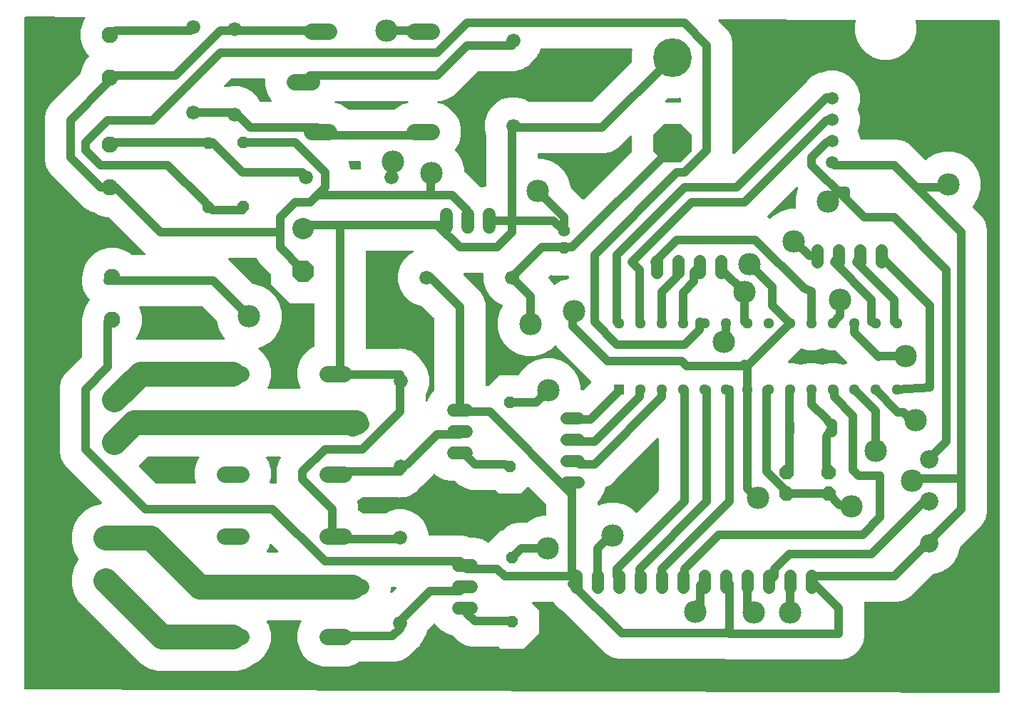
<source format=gbr>
G04 EAGLE Gerber RS-274X export*
G75*
%MOMM*%
%FSLAX34Y34*%
%LPD*%
%INBottom Copper*%
%IPPOS*%
%AMOC8*
5,1,8,0,0,1.08239X$1,22.5*%
G01*
%ADD10C,1.676400*%
%ADD11C,1.950000*%
%ADD12C,1.981200*%
%ADD13C,4.597400*%
%ADD14P,4.976180X8X292.500000*%
%ADD15C,1.524000*%
%ADD16P,1.539592X8X292.500000*%
%ADD17C,1.422400*%
%ADD18C,2.540000*%
%ADD19P,2.749271X8X292.500000*%
%ADD20R,1.298000X1.298000*%
%ADD21C,1.298000*%
%ADD22C,1.117600*%
%ADD23P,1.814519X8X292.500000*%
%ADD24C,1.508000*%
%ADD25C,1.422400*%
%ADD26P,1.429621X8X292.500000*%
%ADD27P,1.429621X8X112.500000*%
%ADD28C,2.184400*%
%ADD29C,1.016000*%
%ADD30C,2.667000*%
%ADD31C,3.000000*%

G36*
X1181980Y21193D02*
X1181980Y21193D01*
X1182101Y21200D01*
X1182137Y21212D01*
X1182175Y21217D01*
X1182288Y21261D01*
X1182403Y21299D01*
X1182436Y21319D01*
X1182471Y21333D01*
X1182570Y21404D01*
X1182672Y21469D01*
X1182698Y21496D01*
X1182729Y21519D01*
X1182807Y21612D01*
X1182890Y21700D01*
X1182909Y21734D01*
X1182933Y21763D01*
X1182985Y21873D01*
X1183044Y21979D01*
X1183053Y22016D01*
X1183070Y22050D01*
X1183093Y22169D01*
X1183123Y22287D01*
X1183127Y22343D01*
X1183130Y22362D01*
X1183129Y22383D01*
X1183133Y22447D01*
X1183133Y819907D01*
X1183119Y820023D01*
X1183112Y820140D01*
X1183099Y820180D01*
X1183093Y820223D01*
X1183051Y820331D01*
X1183015Y820442D01*
X1182992Y820479D01*
X1182976Y820518D01*
X1182908Y820613D01*
X1182846Y820712D01*
X1182815Y820741D01*
X1182790Y820776D01*
X1182699Y820850D01*
X1182615Y820931D01*
X1182578Y820951D01*
X1182545Y820979D01*
X1182439Y821028D01*
X1182337Y821085D01*
X1182295Y821096D01*
X1182257Y821114D01*
X1182143Y821136D01*
X1182029Y821166D01*
X1181965Y821170D01*
X1181945Y821174D01*
X1181925Y821173D01*
X1181869Y821176D01*
X1084465Y821524D01*
X1084338Y821509D01*
X1084211Y821500D01*
X1084181Y821490D01*
X1084150Y821486D01*
X1084030Y821439D01*
X1083909Y821398D01*
X1083883Y821381D01*
X1083853Y821370D01*
X1083749Y821295D01*
X1083642Y821225D01*
X1083621Y821202D01*
X1083595Y821184D01*
X1083513Y821085D01*
X1083427Y820991D01*
X1083412Y820964D01*
X1083392Y820940D01*
X1083337Y820824D01*
X1083276Y820711D01*
X1083269Y820681D01*
X1083255Y820652D01*
X1083231Y820527D01*
X1083200Y820403D01*
X1083200Y820371D01*
X1083194Y820340D01*
X1083202Y820212D01*
X1083203Y820085D01*
X1083212Y820040D01*
X1083213Y820023D01*
X1083220Y820002D01*
X1083235Y819927D01*
X1084405Y815560D01*
X1084405Y805976D01*
X1081924Y796718D01*
X1077132Y788417D01*
X1070355Y781640D01*
X1062054Y776848D01*
X1052796Y774367D01*
X1043212Y774367D01*
X1033954Y776848D01*
X1025653Y781640D01*
X1018876Y788417D01*
X1014084Y796718D01*
X1011603Y805976D01*
X1011603Y815560D01*
X1012843Y820187D01*
X1012860Y820309D01*
X1012883Y820430D01*
X1012881Y820466D01*
X1012886Y820502D01*
X1012872Y820625D01*
X1012865Y820748D01*
X1012854Y820782D01*
X1012850Y820818D01*
X1012805Y820933D01*
X1012768Y821051D01*
X1012749Y821081D01*
X1012736Y821115D01*
X1012664Y821215D01*
X1012599Y821320D01*
X1012572Y821345D01*
X1012552Y821374D01*
X1012457Y821454D01*
X1012368Y821539D01*
X1012336Y821556D01*
X1012309Y821580D01*
X1012198Y821633D01*
X1012090Y821693D01*
X1012055Y821702D01*
X1012023Y821718D01*
X1011902Y821743D01*
X1011782Y821774D01*
X1011730Y821777D01*
X1011711Y821781D01*
X1011690Y821780D01*
X1011622Y821785D01*
X850685Y822360D01*
X850545Y822343D01*
X850404Y822329D01*
X850388Y822323D01*
X850370Y822321D01*
X850238Y822269D01*
X850105Y822222D01*
X850090Y822212D01*
X850074Y822205D01*
X849959Y822122D01*
X849842Y822043D01*
X849830Y822030D01*
X849816Y822019D01*
X849725Y821910D01*
X849632Y821805D01*
X849623Y821789D01*
X849612Y821775D01*
X849551Y821647D01*
X849487Y821521D01*
X849483Y821504D01*
X849475Y821488D01*
X849448Y821349D01*
X849417Y821211D01*
X849418Y821193D01*
X849414Y821175D01*
X849423Y821034D01*
X849427Y820893D01*
X849432Y820876D01*
X849433Y820858D01*
X849476Y820723D01*
X849515Y820588D01*
X849524Y820572D01*
X849530Y820555D01*
X849605Y820435D01*
X849677Y820314D01*
X849693Y820295D01*
X849699Y820286D01*
X849713Y820272D01*
X849783Y820193D01*
X860051Y809926D01*
X864064Y802975D01*
X866141Y795223D01*
X866141Y663391D01*
X866158Y663254D01*
X866159Y663239D01*
X866163Y663182D01*
X866166Y663174D01*
X866171Y663115D01*
X866178Y663096D01*
X866181Y663076D01*
X866232Y662947D01*
X866279Y662816D01*
X866290Y662799D01*
X866298Y662780D01*
X866379Y662668D01*
X866457Y662552D01*
X866473Y662539D01*
X866484Y662523D01*
X866592Y662434D01*
X866696Y662342D01*
X866714Y662333D01*
X866729Y662320D01*
X866855Y662261D01*
X866979Y662197D01*
X866999Y662193D01*
X867017Y662184D01*
X867153Y662158D01*
X867289Y662128D01*
X867310Y662128D01*
X867329Y662125D01*
X867468Y662133D01*
X867607Y662137D01*
X867627Y662143D01*
X867647Y662144D01*
X867779Y662187D01*
X867913Y662226D01*
X867930Y662236D01*
X867949Y662242D01*
X868067Y662317D01*
X868187Y662387D01*
X868208Y662406D01*
X868218Y662412D01*
X868232Y662427D01*
X868307Y662494D01*
X954695Y748881D01*
X954703Y748891D01*
X954712Y748899D01*
X954816Y749022D01*
X955815Y750368D01*
X957529Y751727D01*
X957537Y751736D01*
X957638Y751824D01*
X959184Y753371D01*
X960636Y754209D01*
X960646Y754217D01*
X960658Y754222D01*
X960790Y754314D01*
X962104Y755355D01*
X964111Y756224D01*
X964121Y756230D01*
X964241Y756290D01*
X966135Y757384D01*
X967754Y757817D01*
X967766Y757822D01*
X967778Y757824D01*
X967930Y757879D01*
X969468Y758545D01*
X971505Y758846D01*
X971516Y758849D01*
X971647Y758876D01*
X980167Y761159D01*
X988841Y761159D01*
X997219Y758914D01*
X1004730Y754577D01*
X1010863Y748444D01*
X1015200Y740933D01*
X1017445Y732555D01*
X1017445Y723881D01*
X1015292Y715847D01*
X1015279Y715755D01*
X1015257Y715665D01*
X1015258Y715598D01*
X1015249Y715531D01*
X1015259Y715440D01*
X1015260Y715347D01*
X1015283Y715233D01*
X1015285Y715216D01*
X1015288Y715208D01*
X1015292Y715190D01*
X1017445Y707155D01*
X1017445Y698481D01*
X1015292Y690447D01*
X1015279Y690355D01*
X1015257Y690265D01*
X1015258Y690198D01*
X1015249Y690131D01*
X1015259Y690040D01*
X1015260Y689947D01*
X1015283Y689833D01*
X1015285Y689816D01*
X1015288Y689808D01*
X1015292Y689790D01*
X1017445Y681755D01*
X1017445Y680720D01*
X1017460Y680602D01*
X1017467Y680483D01*
X1017480Y680445D01*
X1017485Y680404D01*
X1017528Y680294D01*
X1017565Y680181D01*
X1017587Y680146D01*
X1017602Y680109D01*
X1017671Y680013D01*
X1017735Y679912D01*
X1017765Y679884D01*
X1017788Y679851D01*
X1017880Y679775D01*
X1017967Y679694D01*
X1018002Y679674D01*
X1018033Y679649D01*
X1018141Y679598D01*
X1018245Y679540D01*
X1018285Y679530D01*
X1018321Y679513D01*
X1018438Y679491D01*
X1018553Y679461D01*
X1018613Y679457D01*
X1018633Y679453D01*
X1018654Y679455D01*
X1018714Y679451D01*
X1061923Y679451D01*
X1069675Y677374D01*
X1076626Y673361D01*
X1094736Y655250D01*
X1094831Y655177D01*
X1094920Y655098D01*
X1094956Y655080D01*
X1094988Y655055D01*
X1095097Y655008D01*
X1095203Y654954D01*
X1095242Y654945D01*
X1095279Y654929D01*
X1095397Y654910D01*
X1095513Y654884D01*
X1095554Y654885D01*
X1095594Y654879D01*
X1095712Y654890D01*
X1095831Y654894D01*
X1095870Y654905D01*
X1095910Y654909D01*
X1096022Y654949D01*
X1096137Y654982D01*
X1096171Y655002D01*
X1096209Y655016D01*
X1096308Y655083D01*
X1096411Y655144D01*
X1096456Y655183D01*
X1096473Y655195D01*
X1096486Y655210D01*
X1096531Y655250D01*
X1098388Y657106D01*
X1107221Y662206D01*
X1117072Y664846D01*
X1127272Y664846D01*
X1137123Y662206D01*
X1145956Y657106D01*
X1153168Y649894D01*
X1158268Y641061D01*
X1160908Y631210D01*
X1160908Y621010D01*
X1158268Y611159D01*
X1153168Y602326D01*
X1151312Y600469D01*
X1151239Y600375D01*
X1151160Y600286D01*
X1151142Y600250D01*
X1151117Y600218D01*
X1151070Y600109D01*
X1151016Y600003D01*
X1151007Y599963D01*
X1150991Y599926D01*
X1150972Y599809D01*
X1150946Y599693D01*
X1150947Y599652D01*
X1150941Y599612D01*
X1150952Y599494D01*
X1150956Y599375D01*
X1150967Y599336D01*
X1150971Y599296D01*
X1151011Y599183D01*
X1151044Y599069D01*
X1151065Y599034D01*
X1151078Y598996D01*
X1151145Y598898D01*
X1151206Y598795D01*
X1151245Y598750D01*
X1151257Y598733D01*
X1151272Y598720D01*
X1151312Y598674D01*
X1162311Y587676D01*
X1166324Y580725D01*
X1168401Y572973D01*
X1168401Y236017D01*
X1166324Y228265D01*
X1162311Y221314D01*
X1136768Y195772D01*
X1136708Y195694D01*
X1136640Y195622D01*
X1136611Y195569D01*
X1136574Y195521D01*
X1136534Y195430D01*
X1136486Y195343D01*
X1136471Y195285D01*
X1136447Y195229D01*
X1136432Y195131D01*
X1136407Y195035D01*
X1136401Y194935D01*
X1136397Y194915D01*
X1136399Y194903D01*
X1136397Y194875D01*
X1136397Y194392D01*
X1133921Y185154D01*
X1129139Y176871D01*
X1122377Y170109D01*
X1114094Y165327D01*
X1104856Y162851D01*
X1104373Y162851D01*
X1104275Y162839D01*
X1104176Y162836D01*
X1104118Y162819D01*
X1104058Y162811D01*
X1103966Y162775D01*
X1103871Y162747D01*
X1103818Y162717D01*
X1103762Y162694D01*
X1103682Y162636D01*
X1103597Y162586D01*
X1103521Y162520D01*
X1103505Y162508D01*
X1103497Y162498D01*
X1103476Y162480D01*
X1076626Y135629D01*
X1069675Y131616D01*
X1061923Y129539D01*
X1023429Y129539D01*
X1023304Y129524D01*
X1023179Y129514D01*
X1023147Y129504D01*
X1023113Y129499D01*
X1022996Y129453D01*
X1022877Y129413D01*
X1022849Y129395D01*
X1022817Y129382D01*
X1022716Y129308D01*
X1022610Y129240D01*
X1022587Y129215D01*
X1022560Y129196D01*
X1022480Y129099D01*
X1022395Y129006D01*
X1022379Y128977D01*
X1022357Y128951D01*
X1022304Y128837D01*
X1022244Y128726D01*
X1022236Y128693D01*
X1022222Y128663D01*
X1022198Y128540D01*
X1022168Y128417D01*
X1022168Y128384D01*
X1022162Y128351D01*
X1022170Y128225D01*
X1022171Y128099D01*
X1022181Y128051D01*
X1022182Y128033D01*
X1022188Y128013D01*
X1022203Y127942D01*
X1022605Y126441D01*
X1022605Y87681D01*
X1020528Y79929D01*
X1016515Y72978D01*
X1010840Y67303D01*
X1003889Y63290D01*
X996137Y61213D01*
X858317Y61213D01*
X856583Y61678D01*
X856498Y61690D01*
X856415Y61711D01*
X856278Y61720D01*
X856268Y61721D01*
X856263Y61721D01*
X856254Y61721D01*
X730555Y61721D01*
X722803Y63798D01*
X715852Y67811D01*
X664923Y118741D01*
X664855Y118793D01*
X664794Y118853D01*
X664680Y118929D01*
X664672Y118935D01*
X664668Y118937D01*
X664660Y118942D01*
X661011Y121049D01*
X654957Y127103D01*
X653917Y128905D01*
X653853Y128989D01*
X653797Y129078D01*
X653757Y129115D01*
X653725Y129158D01*
X653642Y129224D01*
X653565Y129296D01*
X653518Y129322D01*
X653476Y129356D01*
X653379Y129399D01*
X653286Y129450D01*
X653234Y129463D01*
X653185Y129485D01*
X653081Y129503D01*
X652978Y129529D01*
X652893Y129534D01*
X652871Y129538D01*
X652856Y129537D01*
X652818Y129539D01*
X629224Y129539D01*
X629087Y129522D01*
X628948Y129509D01*
X628929Y129502D01*
X628909Y129499D01*
X628780Y129448D01*
X628649Y129401D01*
X628632Y129390D01*
X628613Y129382D01*
X628501Y129301D01*
X628386Y129223D01*
X628372Y129207D01*
X628356Y129196D01*
X628267Y129088D01*
X628175Y128984D01*
X628166Y128966D01*
X628153Y128951D01*
X628094Y128825D01*
X628031Y128701D01*
X628026Y128681D01*
X628018Y128663D01*
X627991Y128527D01*
X627961Y128391D01*
X627962Y128370D01*
X627958Y128351D01*
X627966Y128212D01*
X627971Y128073D01*
X627976Y128053D01*
X627978Y128033D01*
X628020Y127901D01*
X628059Y127767D01*
X628069Y127750D01*
X628076Y127731D01*
X628150Y127613D01*
X628221Y127493D01*
X628239Y127472D01*
X628246Y127462D01*
X628261Y127448D01*
X628327Y127373D01*
X636271Y119429D01*
X636271Y92915D01*
X617523Y74167D01*
X591009Y74167D01*
X589349Y75828D01*
X589271Y75888D01*
X589199Y75956D01*
X589146Y75985D01*
X589098Y76022D01*
X589007Y76062D01*
X588920Y76110D01*
X588862Y76125D01*
X588806Y76149D01*
X588708Y76164D01*
X588612Y76189D01*
X588512Y76195D01*
X588492Y76199D01*
X588480Y76197D01*
X588452Y76199D01*
X556057Y76199D01*
X548305Y78276D01*
X541354Y82289D01*
X533771Y89873D01*
X533698Y89929D01*
X533632Y89993D01*
X533573Y90026D01*
X533520Y90068D01*
X533435Y90104D01*
X533355Y90150D01*
X533244Y90187D01*
X533228Y90194D01*
X533220Y90195D01*
X533202Y90201D01*
X527767Y91658D01*
X520237Y96005D01*
X514089Y102153D01*
X513327Y103472D01*
X513251Y103572D01*
X513181Y103676D01*
X513156Y103698D01*
X513135Y103725D01*
X513037Y103803D01*
X512942Y103886D01*
X512912Y103902D01*
X512886Y103923D01*
X512771Y103974D01*
X512659Y104031D01*
X512626Y104038D01*
X512595Y104052D01*
X512471Y104073D01*
X512349Y104100D01*
X512315Y104099D01*
X512282Y104105D01*
X512157Y104095D01*
X512031Y104091D01*
X511999Y104081D01*
X511965Y104079D01*
X511846Y104037D01*
X511726Y104002D01*
X511697Y103985D01*
X511665Y103974D01*
X511560Y103905D01*
X511452Y103841D01*
X511415Y103809D01*
X511400Y103798D01*
X511385Y103782D01*
X511331Y103734D01*
X504592Y96996D01*
X504536Y96923D01*
X504472Y96856D01*
X504439Y96798D01*
X504397Y96745D01*
X504361Y96660D01*
X504315Y96579D01*
X504278Y96469D01*
X504271Y96453D01*
X504270Y96444D01*
X504264Y96427D01*
X502905Y91354D01*
X498457Y83651D01*
X498099Y83293D01*
X498062Y83245D01*
X498017Y83203D01*
X497923Y83072D01*
X497287Y82063D01*
X497281Y82050D01*
X497262Y82021D01*
X495561Y79074D01*
X495241Y78755D01*
X495203Y78706D01*
X495159Y78664D01*
X495064Y78533D01*
X494823Y78151D01*
X492327Y75839D01*
X492318Y75828D01*
X492292Y75805D01*
X480996Y64509D01*
X474045Y60496D01*
X466293Y58419D01*
X424101Y58419D01*
X424010Y58408D01*
X423917Y58406D01*
X423852Y58388D01*
X423786Y58379D01*
X423700Y58345D01*
X423611Y58321D01*
X423506Y58269D01*
X423490Y58262D01*
X423483Y58257D01*
X423467Y58249D01*
X418250Y55237D01*
X409270Y52831D01*
X380162Y52831D01*
X371182Y55237D01*
X363131Y59886D01*
X356558Y66459D01*
X351909Y74510D01*
X349503Y83490D01*
X349503Y92786D01*
X351909Y101766D01*
X354079Y105523D01*
X354130Y105646D01*
X354186Y105765D01*
X354192Y105792D01*
X354202Y105817D01*
X354221Y105948D01*
X354246Y106078D01*
X354245Y106104D01*
X354249Y106131D01*
X354235Y106263D01*
X354227Y106395D01*
X354218Y106421D01*
X354215Y106447D01*
X354169Y106572D01*
X354128Y106697D01*
X354114Y106720D01*
X354105Y106746D01*
X354029Y106854D01*
X353958Y106966D01*
X353939Y106985D01*
X353923Y107007D01*
X353823Y107093D01*
X353727Y107184D01*
X353703Y107197D01*
X353683Y107215D01*
X353564Y107274D01*
X353448Y107338D01*
X353422Y107344D01*
X353398Y107356D01*
X353268Y107384D01*
X353140Y107417D01*
X353102Y107419D01*
X353087Y107423D01*
X353065Y107422D01*
X352980Y107427D01*
X314532Y107427D01*
X314401Y107411D01*
X314269Y107400D01*
X314244Y107391D01*
X314217Y107387D01*
X314094Y107339D01*
X313969Y107295D01*
X313946Y107280D01*
X313921Y107270D01*
X313814Y107193D01*
X313704Y107119D01*
X313686Y107099D01*
X313664Y107084D01*
X313579Y106981D01*
X313491Y106883D01*
X313478Y106859D01*
X313461Y106839D01*
X313405Y106719D01*
X313343Y106602D01*
X313337Y106575D01*
X313326Y106551D01*
X313301Y106421D01*
X313270Y106292D01*
X313271Y106265D01*
X313266Y106239D01*
X313274Y106107D01*
X313277Y105974D01*
X313284Y105948D01*
X313285Y105921D01*
X313326Y105795D01*
X313362Y105668D01*
X313379Y105633D01*
X313384Y105619D01*
X313395Y105600D01*
X313433Y105523D01*
X315603Y101766D01*
X318009Y92786D01*
X318009Y83490D01*
X315603Y74510D01*
X310954Y66459D01*
X304381Y59886D01*
X298133Y56278D01*
X298064Y56226D01*
X297991Y56183D01*
X297888Y56092D01*
X297879Y56086D01*
X297877Y56083D01*
X297870Y56076D01*
X297603Y55809D01*
X288390Y50490D01*
X278115Y47737D01*
X183657Y47737D01*
X173382Y50490D01*
X164169Y55809D01*
X89845Y130133D01*
X84526Y139346D01*
X81773Y149621D01*
X81773Y160259D01*
X84527Y170534D01*
X89822Y179705D01*
X89863Y179803D01*
X89912Y179896D01*
X89924Y179949D01*
X89945Y179999D01*
X89960Y180103D01*
X89985Y180206D01*
X89983Y180260D01*
X89991Y180313D01*
X89980Y180418D01*
X89978Y180524D01*
X89964Y180576D01*
X89958Y180629D01*
X89921Y180729D01*
X89893Y180830D01*
X89855Y180907D01*
X89847Y180928D01*
X89839Y180940D01*
X89822Y180975D01*
X84527Y190146D01*
X81773Y200421D01*
X81773Y211059D01*
X84526Y221334D01*
X89845Y230547D01*
X97367Y238069D01*
X106580Y243388D01*
X116970Y246171D01*
X117092Y246221D01*
X117217Y246266D01*
X117239Y246281D01*
X117264Y246292D01*
X117370Y246370D01*
X117480Y246445D01*
X117498Y246465D01*
X117520Y246481D01*
X117603Y246584D01*
X117691Y246683D01*
X117703Y246707D01*
X117720Y246728D01*
X117775Y246848D01*
X117835Y246966D01*
X117841Y246993D01*
X117852Y247017D01*
X117876Y247147D01*
X117905Y247277D01*
X117904Y247304D01*
X117909Y247330D01*
X117899Y247462D01*
X117895Y247595D01*
X117888Y247621D01*
X117886Y247648D01*
X117844Y247773D01*
X117807Y247900D01*
X117793Y247923D01*
X117784Y247949D01*
X117712Y248060D01*
X117645Y248174D01*
X117620Y248203D01*
X117611Y248216D01*
X117595Y248231D01*
X117539Y248295D01*
X73399Y292434D01*
X69386Y299385D01*
X67309Y307137D01*
X67309Y386283D01*
X69386Y394035D01*
X73399Y400986D01*
X93608Y421194D01*
X93668Y421272D01*
X93736Y421344D01*
X93765Y421397D01*
X93802Y421445D01*
X93842Y421536D01*
X93890Y421623D01*
X93905Y421681D01*
X93929Y421737D01*
X93944Y421835D01*
X93969Y421931D01*
X93975Y422031D01*
X93979Y422051D01*
X93977Y422063D01*
X93979Y422091D01*
X93979Y459065D01*
X93973Y459112D01*
X93976Y459160D01*
X93957Y459297D01*
X93956Y459306D01*
X93955Y459310D01*
X93953Y459319D01*
X93794Y460101D01*
X93977Y463156D01*
X93976Y463176D01*
X93979Y463232D01*
X93979Y466293D01*
X94186Y467063D01*
X94192Y467111D01*
X94207Y467156D01*
X94227Y467316D01*
X94274Y468112D01*
X94324Y468261D01*
X94348Y468382D01*
X94379Y468502D01*
X94382Y468554D01*
X94386Y468573D01*
X94385Y468594D01*
X94389Y468662D01*
X94389Y469448D01*
X96785Y478388D01*
X101412Y486403D01*
X102681Y487672D01*
X102754Y487766D01*
X102833Y487855D01*
X102851Y487891D01*
X102876Y487923D01*
X102923Y488032D01*
X102977Y488138D01*
X102986Y488178D01*
X103002Y488215D01*
X103021Y488332D01*
X103047Y488449D01*
X103046Y488489D01*
X103052Y488529D01*
X103041Y488648D01*
X103037Y488766D01*
X103026Y488805D01*
X103022Y488846D01*
X102982Y488958D01*
X102949Y489072D01*
X102929Y489107D01*
X102915Y489145D01*
X102848Y489243D01*
X102787Y489346D01*
X102748Y489391D01*
X102736Y489408D01*
X102721Y489421D01*
X102681Y489467D01*
X99561Y492586D01*
X95548Y499537D01*
X93471Y507289D01*
X93471Y515315D01*
X94346Y518579D01*
X94358Y518664D01*
X94379Y518747D01*
X94388Y518884D01*
X94389Y518895D01*
X94389Y518899D01*
X94389Y518908D01*
X94389Y520248D01*
X96785Y529188D01*
X101412Y537203D01*
X107957Y543748D01*
X115972Y548375D01*
X124912Y550771D01*
X134168Y550771D01*
X143108Y548375D01*
X151123Y543748D01*
X152716Y542154D01*
X152794Y542094D01*
X152866Y542026D01*
X152919Y541997D01*
X152967Y541960D01*
X153058Y541920D01*
X153145Y541872D01*
X153204Y541857D01*
X153259Y541833D01*
X153357Y541818D01*
X153453Y541793D01*
X153553Y541787D01*
X153573Y541783D01*
X153586Y541785D01*
X153614Y541783D01*
X168064Y541783D01*
X168208Y541801D01*
X168354Y541816D01*
X168366Y541821D01*
X168380Y541823D01*
X168514Y541876D01*
X168652Y541927D01*
X168663Y541935D01*
X168675Y541940D01*
X168793Y542025D01*
X168913Y542108D01*
X168922Y542118D01*
X168933Y542126D01*
X169026Y542239D01*
X169121Y542349D01*
X169127Y542361D01*
X169135Y542371D01*
X169197Y542503D01*
X169262Y542634D01*
X169265Y542647D01*
X169271Y542659D01*
X169298Y542802D01*
X169329Y542945D01*
X169328Y542958D01*
X169331Y542971D01*
X169322Y543117D01*
X169316Y543262D01*
X169312Y543275D01*
X169311Y543289D01*
X169266Y543427D01*
X169224Y543567D01*
X169217Y543579D01*
X169213Y543591D01*
X169135Y543714D01*
X169060Y543839D01*
X169050Y543849D01*
X169043Y543860D01*
X168936Y543960D01*
X168833Y544062D01*
X168817Y544072D01*
X168811Y544078D01*
X168796Y544086D01*
X168699Y544151D01*
X167974Y544569D01*
X162181Y550362D01*
X162181Y550363D01*
X125766Y586778D01*
X125688Y586838D01*
X125616Y586906D01*
X125563Y586935D01*
X125515Y586972D01*
X125424Y587012D01*
X125337Y587060D01*
X125279Y587075D01*
X125223Y587099D01*
X125125Y587114D01*
X125029Y587139D01*
X124929Y587145D01*
X124909Y587149D01*
X124897Y587147D01*
X124869Y587149D01*
X122372Y587149D01*
X113432Y589545D01*
X107850Y592768D01*
X107771Y592801D01*
X107696Y592843D01*
X107567Y592887D01*
X107556Y592891D01*
X107552Y592892D01*
X107543Y592895D01*
X103805Y593896D01*
X96854Y597909D01*
X55619Y639144D01*
X51606Y646095D01*
X49529Y653847D01*
X49529Y706323D01*
X51606Y714075D01*
X55619Y721026D01*
X91478Y756884D01*
X91538Y756962D01*
X91606Y757034D01*
X91635Y757087D01*
X91672Y757135D01*
X91712Y757226D01*
X91760Y757313D01*
X91775Y757371D01*
X91799Y757427D01*
X91814Y757525D01*
X91839Y757621D01*
X91845Y757721D01*
X91846Y757727D01*
X94245Y766678D01*
X98872Y774693D01*
X101792Y777613D01*
X101865Y777707D01*
X101944Y777796D01*
X101962Y777832D01*
X101987Y777864D01*
X102034Y777973D01*
X102088Y778079D01*
X102097Y778118D01*
X102113Y778156D01*
X102132Y778273D01*
X102158Y778389D01*
X102157Y778430D01*
X102163Y778470D01*
X102152Y778588D01*
X102148Y778707D01*
X102137Y778746D01*
X102133Y778786D01*
X102093Y778899D01*
X102060Y779013D01*
X102039Y779048D01*
X102026Y779086D01*
X101959Y779184D01*
X101898Y779287D01*
X101858Y779332D01*
X101847Y779349D01*
X101832Y779362D01*
X101792Y779408D01*
X98872Y782327D01*
X94245Y790342D01*
X91849Y799282D01*
X91849Y808538D01*
X94245Y817478D01*
X97520Y823151D01*
X97571Y823271D01*
X97626Y823388D01*
X97632Y823417D01*
X97643Y823444D01*
X97662Y823573D01*
X97687Y823700D01*
X97686Y823730D01*
X97690Y823759D01*
X97676Y823888D01*
X97669Y824018D01*
X97660Y824046D01*
X97657Y824075D01*
X97611Y824197D01*
X97572Y824321D01*
X97556Y824346D01*
X97546Y824373D01*
X97472Y824480D01*
X97403Y824590D01*
X97381Y824610D01*
X97365Y824634D01*
X97266Y824719D01*
X97172Y824809D01*
X97146Y824823D01*
X97124Y824842D01*
X97007Y824900D01*
X96894Y824963D01*
X96865Y824971D01*
X96839Y824984D01*
X96712Y825011D01*
X96586Y825044D01*
X96544Y825047D01*
X96528Y825050D01*
X96506Y825049D01*
X96425Y825055D01*
X26675Y825304D01*
X26554Y825289D01*
X26433Y825282D01*
X26397Y825270D01*
X26359Y825265D01*
X26246Y825221D01*
X26131Y825183D01*
X26098Y825163D01*
X26063Y825149D01*
X25964Y825078D01*
X25862Y825013D01*
X25836Y824986D01*
X25805Y824963D01*
X25727Y824870D01*
X25644Y824782D01*
X25625Y824748D01*
X25601Y824719D01*
X25549Y824609D01*
X25490Y824503D01*
X25481Y824466D01*
X25464Y824432D01*
X25441Y824313D01*
X25411Y824195D01*
X25407Y824139D01*
X25404Y824120D01*
X25405Y824099D01*
X25401Y824035D01*
X25401Y26575D01*
X25415Y26459D01*
X25422Y26342D01*
X25435Y26302D01*
X25441Y26259D01*
X25483Y26151D01*
X25519Y26040D01*
X25542Y26003D01*
X25558Y25964D01*
X25626Y25869D01*
X25688Y25770D01*
X25719Y25741D01*
X25744Y25706D01*
X25835Y25632D01*
X25919Y25551D01*
X25956Y25531D01*
X25989Y25503D01*
X26095Y25454D01*
X26197Y25397D01*
X26239Y25386D01*
X26277Y25368D01*
X26391Y25346D01*
X26505Y25316D01*
X26569Y25312D01*
X26589Y25308D01*
X26609Y25309D01*
X26665Y25306D01*
X1181859Y21178D01*
X1181980Y21193D01*
G37*
G36*
X568142Y622376D02*
X568142Y622376D01*
X568247Y622377D01*
X568331Y622394D01*
X568353Y622396D01*
X568367Y622401D01*
X568405Y622409D01*
X572741Y623571D01*
X572770Y623571D01*
X572888Y623586D01*
X573007Y623593D01*
X573045Y623606D01*
X573086Y623611D01*
X573196Y623654D01*
X573309Y623691D01*
X573344Y623713D01*
X573381Y623728D01*
X573477Y623797D01*
X573578Y623861D01*
X573606Y623891D01*
X573639Y623914D01*
X573715Y624006D01*
X573796Y624093D01*
X573816Y624128D01*
X573841Y624159D01*
X573892Y624267D01*
X573950Y624371D01*
X573960Y624411D01*
X573977Y624447D01*
X573999Y624564D01*
X574029Y624679D01*
X574033Y624739D01*
X574037Y624759D01*
X574035Y624780D01*
X574039Y624840D01*
X574039Y683508D01*
X574029Y683593D01*
X574028Y683678D01*
X574001Y683813D01*
X573999Y683823D01*
X573998Y683827D01*
X573996Y683836D01*
X572007Y691258D01*
X572007Y700154D01*
X574309Y708746D01*
X578757Y716449D01*
X585047Y722739D01*
X592750Y727187D01*
X601342Y729489D01*
X610238Y729489D01*
X618830Y727187D01*
X624226Y724071D01*
X624311Y724035D01*
X624392Y723990D01*
X624457Y723974D01*
X624519Y723948D01*
X624611Y723934D01*
X624700Y723911D01*
X624817Y723904D01*
X624834Y723901D01*
X624842Y723902D01*
X624861Y723901D01*
X698049Y723901D01*
X698147Y723913D01*
X698246Y723916D01*
X698304Y723933D01*
X698364Y723941D01*
X698456Y723977D01*
X698551Y724005D01*
X698604Y724035D01*
X698660Y724058D01*
X698740Y724116D01*
X698825Y724166D01*
X698901Y724232D01*
X698917Y724244D01*
X698925Y724254D01*
X698946Y724272D01*
X746261Y771587D01*
X746321Y771665D01*
X746389Y771737D01*
X746418Y771790D01*
X746455Y771838D01*
X746495Y771929D01*
X746543Y772016D01*
X746558Y772074D01*
X746582Y772130D01*
X746597Y772228D01*
X746622Y772324D01*
X746628Y772424D01*
X746632Y772444D01*
X746630Y772456D01*
X746632Y772484D01*
X746632Y783102D01*
X747356Y785802D01*
X747373Y785926D01*
X747396Y786050D01*
X747394Y786083D01*
X747399Y786117D01*
X747384Y786242D01*
X747376Y786367D01*
X747366Y786399D01*
X747362Y786433D01*
X747317Y786550D01*
X747278Y786669D01*
X747260Y786698D01*
X747248Y786729D01*
X747176Y786832D01*
X747108Y786938D01*
X747084Y786961D01*
X747064Y786989D01*
X746968Y787070D01*
X746877Y787156D01*
X746847Y787172D01*
X746821Y787194D01*
X746708Y787249D01*
X746598Y787310D01*
X746566Y787318D01*
X746535Y787333D01*
X746412Y787358D01*
X746290Y787389D01*
X746241Y787392D01*
X746223Y787396D01*
X746202Y787395D01*
X746130Y787399D01*
X639084Y787399D01*
X638972Y787385D01*
X638860Y787379D01*
X638815Y787365D01*
X638768Y787359D01*
X638664Y787318D01*
X638557Y787285D01*
X638517Y787260D01*
X638473Y787242D01*
X638382Y787176D01*
X638286Y787117D01*
X638254Y787083D01*
X638215Y787056D01*
X638144Y786969D01*
X638066Y786888D01*
X638043Y786847D01*
X638013Y786811D01*
X637965Y786709D01*
X637909Y786611D01*
X637886Y786542D01*
X637877Y786523D01*
X637874Y786505D01*
X637858Y786459D01*
X637271Y784266D01*
X632823Y776563D01*
X629242Y772982D01*
X629190Y772915D01*
X629130Y772853D01*
X629054Y772740D01*
X629047Y772731D01*
X629046Y772727D01*
X629041Y772719D01*
X628911Y772494D01*
X626706Y770290D01*
X626695Y770275D01*
X626657Y770238D01*
X624581Y767913D01*
X623961Y767507D01*
X623923Y767475D01*
X623880Y767450D01*
X623759Y767343D01*
X623236Y766819D01*
X620536Y765261D01*
X620521Y765249D01*
X620475Y765223D01*
X617868Y763515D01*
X617164Y763283D01*
X617119Y763262D01*
X617071Y763248D01*
X616927Y763177D01*
X616285Y762806D01*
X613274Y762000D01*
X613257Y761993D01*
X613206Y761979D01*
X610245Y761004D01*
X609505Y760962D01*
X609456Y760953D01*
X609406Y760953D01*
X609248Y760921D01*
X608533Y760729D01*
X605416Y760729D01*
X605397Y760727D01*
X605344Y760727D01*
X602232Y760552D01*
X601507Y760703D01*
X601457Y760707D01*
X601409Y760719D01*
X601248Y760729D01*
X564331Y760729D01*
X564233Y760717D01*
X564134Y760714D01*
X564076Y760697D01*
X564016Y760689D01*
X563924Y760653D01*
X563829Y760625D01*
X563776Y760595D01*
X563720Y760572D01*
X563640Y760514D01*
X563555Y760464D01*
X563479Y760398D01*
X563463Y760386D01*
X563455Y760376D01*
X563434Y760358D01*
X534336Y731259D01*
X527385Y727246D01*
X519633Y725169D01*
X517115Y725169D01*
X516965Y725150D01*
X516812Y725133D01*
X516806Y725130D01*
X516799Y725129D01*
X516658Y725074D01*
X516515Y725019D01*
X516510Y725015D01*
X516504Y725012D01*
X516381Y724923D01*
X516256Y724835D01*
X516252Y724830D01*
X516246Y724826D01*
X516149Y724708D01*
X516051Y724592D01*
X516048Y724586D01*
X516044Y724581D01*
X515979Y724443D01*
X515912Y724306D01*
X515911Y724299D01*
X515908Y724293D01*
X515880Y724144D01*
X515849Y723994D01*
X515849Y723987D01*
X515848Y723981D01*
X515858Y723829D01*
X515866Y723676D01*
X515868Y723670D01*
X515868Y723663D01*
X515915Y723519D01*
X515960Y723373D01*
X515964Y723367D01*
X515966Y723361D01*
X516047Y723233D01*
X516128Y723102D01*
X516133Y723098D01*
X516136Y723092D01*
X516248Y722987D01*
X516357Y722882D01*
X516363Y722879D01*
X516368Y722874D01*
X516501Y722801D01*
X516634Y722725D01*
X516643Y722723D01*
X516646Y722720D01*
X516656Y722718D01*
X516786Y722674D01*
X522136Y721241D01*
X530187Y716592D01*
X536760Y710019D01*
X541409Y701968D01*
X543815Y692988D01*
X543815Y683692D01*
X541409Y674712D01*
X537042Y667149D01*
X536998Y667045D01*
X536947Y666945D01*
X536937Y666899D01*
X536919Y666856D01*
X536902Y666744D01*
X536878Y666635D01*
X536879Y666588D01*
X536872Y666541D01*
X536884Y666429D01*
X536887Y666317D01*
X536901Y666272D01*
X536905Y666225D01*
X536945Y666120D01*
X536976Y666012D01*
X537000Y665971D01*
X537016Y665927D01*
X537080Y665834D01*
X537137Y665738D01*
X537185Y665683D01*
X537198Y665666D01*
X537211Y665654D01*
X537244Y665617D01*
X539758Y663102D01*
X544858Y654269D01*
X547498Y644418D01*
X547498Y641200D01*
X547511Y641095D01*
X547515Y640989D01*
X547531Y640937D01*
X547538Y640884D01*
X547576Y640786D01*
X547607Y640685D01*
X547635Y640638D01*
X547655Y640588D01*
X547717Y640503D01*
X547771Y640412D01*
X547810Y640375D01*
X547841Y640331D01*
X547923Y640264D01*
X547998Y640190D01*
X548070Y640142D01*
X548086Y640128D01*
X548100Y640122D01*
X548132Y640100D01*
X552116Y637801D01*
X557909Y632007D01*
X567179Y622737D01*
X567262Y622673D01*
X567340Y622601D01*
X567387Y622576D01*
X567430Y622542D01*
X567527Y622500D01*
X567620Y622450D01*
X567672Y622438D01*
X567722Y622416D01*
X567827Y622400D01*
X567929Y622374D01*
X567983Y622375D01*
X568036Y622366D01*
X568142Y622376D01*
G37*
G36*
X576066Y199886D02*
X576066Y199886D01*
X576178Y199890D01*
X576224Y199903D01*
X576270Y199908D01*
X576376Y199947D01*
X576484Y199978D01*
X576524Y200002D01*
X576569Y200018D01*
X576661Y200083D01*
X576758Y200140D01*
X576812Y200187D01*
X576830Y200200D01*
X576842Y200214D01*
X576878Y200246D01*
X591009Y214377D01*
X592639Y214377D01*
X592737Y214389D01*
X592836Y214392D01*
X592894Y214409D01*
X592954Y214417D01*
X593046Y214453D01*
X593141Y214481D01*
X593194Y214511D01*
X593250Y214534D01*
X593330Y214592D01*
X593415Y214642D01*
X593491Y214708D01*
X593507Y214720D01*
X593515Y214730D01*
X593536Y214748D01*
X596472Y217685D01*
X603423Y221698D01*
X611175Y223775D01*
X621604Y223775D01*
X621703Y223787D01*
X621802Y223790D01*
X621860Y223807D01*
X621920Y223815D01*
X622012Y223851D01*
X622107Y223879D01*
X622159Y223909D01*
X622216Y223932D01*
X622296Y223990D01*
X622381Y224040D01*
X622456Y224106D01*
X622473Y224118D01*
X622481Y224128D01*
X622502Y224146D01*
X622646Y224290D01*
X631479Y229390D01*
X641330Y232030D01*
X643890Y232030D01*
X644008Y232045D01*
X644127Y232052D01*
X644165Y232065D01*
X644206Y232070D01*
X644316Y232113D01*
X644429Y232150D01*
X644464Y232172D01*
X644501Y232187D01*
X644597Y232256D01*
X644698Y232320D01*
X644726Y232350D01*
X644759Y232373D01*
X644835Y232465D01*
X644916Y232552D01*
X644936Y232587D01*
X644961Y232618D01*
X645012Y232726D01*
X645070Y232830D01*
X645080Y232870D01*
X645097Y232906D01*
X645119Y233023D01*
X645149Y233138D01*
X645153Y233198D01*
X645157Y233218D01*
X645155Y233239D01*
X645159Y233299D01*
X645159Y244659D01*
X645147Y244757D01*
X645144Y244856D01*
X645127Y244914D01*
X645119Y244974D01*
X645083Y245066D01*
X645055Y245161D01*
X645025Y245214D01*
X645002Y245270D01*
X644944Y245350D01*
X644894Y245435D01*
X644828Y245511D01*
X644816Y245527D01*
X644806Y245535D01*
X644788Y245556D01*
X624275Y266069D01*
X624181Y266142D01*
X624092Y266220D01*
X624056Y266239D01*
X624024Y266264D01*
X623914Y266311D01*
X623809Y266365D01*
X623769Y266374D01*
X623732Y266390D01*
X623614Y266409D01*
X623498Y266435D01*
X623458Y266433D01*
X623418Y266440D01*
X623299Y266429D01*
X623180Y266425D01*
X623142Y266414D01*
X623101Y266410D01*
X622989Y266370D01*
X622875Y266337D01*
X622840Y266316D01*
X622802Y266302D01*
X622703Y266235D01*
X622601Y266175D01*
X622556Y266135D01*
X622539Y266124D01*
X622525Y266108D01*
X622480Y266069D01*
X615237Y258825D01*
X588723Y258825D01*
X585031Y262518D01*
X584953Y262578D01*
X584881Y262646D01*
X584828Y262675D01*
X584780Y262712D01*
X584689Y262752D01*
X584602Y262800D01*
X584544Y262815D01*
X584488Y262839D01*
X584390Y262854D01*
X584294Y262879D01*
X584194Y262885D01*
X584174Y262889D01*
X584161Y262887D01*
X584133Y262889D01*
X556057Y262889D01*
X548305Y264966D01*
X541354Y268979D01*
X537402Y272932D01*
X537324Y272992D01*
X537252Y273060D01*
X537199Y273089D01*
X537151Y273126D01*
X537060Y273166D01*
X536973Y273214D01*
X536915Y273229D01*
X536859Y273253D01*
X536761Y273268D01*
X536665Y273293D01*
X536565Y273299D01*
X536545Y273303D01*
X536533Y273301D01*
X536505Y273303D01*
X530831Y273303D01*
X522433Y275554D01*
X514903Y279901D01*
X513197Y281606D01*
X513103Y281679D01*
X513014Y281758D01*
X512978Y281776D01*
X512946Y281801D01*
X512837Y281848D01*
X512731Y281903D01*
X512691Y281911D01*
X512654Y281927D01*
X512537Y281946D01*
X512421Y281972D01*
X512380Y281971D01*
X512340Y281977D01*
X512222Y281966D01*
X512103Y281963D01*
X512064Y281951D01*
X512024Y281948D01*
X511911Y281907D01*
X511797Y281874D01*
X511762Y281854D01*
X511724Y281840D01*
X511626Y281773D01*
X511523Y281713D01*
X511478Y281673D01*
X511461Y281661D01*
X511448Y281646D01*
X511402Y281606D01*
X502177Y272381D01*
X502166Y272367D01*
X502133Y272335D01*
X499977Y269950D01*
X499438Y269602D01*
X499397Y269567D01*
X499350Y269540D01*
X499229Y269433D01*
X498776Y268979D01*
X497349Y268156D01*
X497280Y268104D01*
X497207Y268060D01*
X497104Y267970D01*
X497095Y267963D01*
X497093Y267960D01*
X497086Y267954D01*
X496759Y267627D01*
X496747Y267612D01*
X496671Y267529D01*
X496419Y267220D01*
X496409Y267202D01*
X496394Y267188D01*
X496305Y267054D01*
X495561Y265764D01*
X493882Y264086D01*
X493871Y264071D01*
X493794Y263988D01*
X492297Y262146D01*
X491092Y261273D01*
X491077Y261259D01*
X491059Y261249D01*
X490938Y261142D01*
X489886Y260089D01*
X487830Y258902D01*
X487815Y258891D01*
X487720Y258831D01*
X485797Y257439D01*
X484406Y256907D01*
X484388Y256898D01*
X484369Y256892D01*
X484225Y256821D01*
X482935Y256076D01*
X480642Y255462D01*
X480625Y255455D01*
X480518Y255422D01*
X478300Y254574D01*
X476819Y254421D01*
X476799Y254417D01*
X476779Y254416D01*
X476621Y254385D01*
X475183Y253999D01*
X472809Y253999D01*
X472791Y253997D01*
X472678Y253993D01*
X470317Y253748D01*
X468847Y253983D01*
X468826Y253984D01*
X468807Y253989D01*
X468646Y253999D01*
X427392Y253999D01*
X427294Y253987D01*
X427195Y253984D01*
X427137Y253967D01*
X427077Y253959D01*
X426985Y253923D01*
X426890Y253895D01*
X426837Y253865D01*
X426781Y253842D01*
X426701Y253784D01*
X426616Y253734D01*
X426540Y253668D01*
X426524Y253656D01*
X426516Y253646D01*
X426495Y253628D01*
X426301Y253434D01*
X420929Y250332D01*
X420840Y250264D01*
X420746Y250203D01*
X420714Y250169D01*
X420676Y250140D01*
X420606Y250052D01*
X420530Y249969D01*
X420508Y249928D01*
X420478Y249891D01*
X420433Y249788D01*
X420380Y249689D01*
X420368Y249644D01*
X420349Y249600D01*
X420330Y249489D01*
X420303Y249381D01*
X420304Y249333D01*
X420296Y249287D01*
X420305Y249175D01*
X420306Y249063D01*
X420321Y248992D01*
X420322Y248970D01*
X420328Y248953D01*
X420338Y248905D01*
X421641Y244043D01*
X421641Y239194D01*
X421654Y239089D01*
X421658Y238983D01*
X421674Y238932D01*
X421681Y238878D01*
X421719Y238780D01*
X421750Y238679D01*
X421778Y238633D01*
X421798Y238583D01*
X421860Y238497D01*
X421914Y238407D01*
X421953Y238369D01*
X421984Y238325D01*
X422066Y238258D01*
X422141Y238184D01*
X422213Y238136D01*
X422229Y238122D01*
X422244Y238116D01*
X422275Y238095D01*
X426301Y235770D01*
X426749Y235322D01*
X426827Y235262D01*
X426899Y235194D01*
X426952Y235165D01*
X427000Y235128D01*
X427091Y235088D01*
X427178Y235040D01*
X427236Y235025D01*
X427292Y235001D01*
X427390Y234986D01*
X427486Y234961D01*
X427586Y234955D01*
X427606Y234951D01*
X427618Y234953D01*
X427646Y234951D01*
X453673Y234951D01*
X453765Y234962D01*
X453857Y234964D01*
X453922Y234982D01*
X453989Y234991D01*
X454074Y235025D01*
X454163Y235049D01*
X454268Y235101D01*
X454284Y235108D01*
X454291Y235113D01*
X454308Y235121D01*
X458384Y237475D01*
X466976Y239777D01*
X475872Y239777D01*
X484464Y237475D01*
X492167Y233027D01*
X498457Y226737D01*
X502905Y219034D01*
X505207Y210442D01*
X505207Y209550D01*
X505222Y209432D01*
X505229Y209313D01*
X505242Y209275D01*
X505247Y209234D01*
X505290Y209124D01*
X505327Y209011D01*
X505349Y208976D01*
X505364Y208939D01*
X505433Y208843D01*
X505497Y208742D01*
X505527Y208714D01*
X505550Y208681D01*
X505642Y208605D01*
X505729Y208524D01*
X505764Y208504D01*
X505795Y208479D01*
X505903Y208428D01*
X506007Y208370D01*
X506047Y208360D01*
X506083Y208343D01*
X506200Y208321D01*
X506315Y208291D01*
X506375Y208287D01*
X506395Y208283D01*
X506416Y208285D01*
X506476Y208281D01*
X540361Y208281D01*
X540368Y208282D01*
X540515Y208290D01*
X542584Y208542D01*
X544346Y208293D01*
X544354Y208293D01*
X544363Y208291D01*
X544523Y208281D01*
X546303Y208281D01*
X548316Y207741D01*
X548322Y207741D01*
X548467Y207711D01*
X550530Y207419D01*
X552168Y206722D01*
X552176Y206720D01*
X552184Y206716D01*
X552336Y206664D01*
X553725Y206292D01*
X553810Y206280D01*
X553893Y206259D01*
X554029Y206250D01*
X554040Y206249D01*
X554044Y206249D01*
X554053Y206249D01*
X560099Y206249D01*
X568498Y203998D01*
X575346Y200044D01*
X575450Y200001D01*
X575550Y199950D01*
X575596Y199939D01*
X575640Y199921D01*
X575751Y199905D01*
X575860Y199880D01*
X575907Y199881D01*
X575954Y199874D01*
X576066Y199886D01*
G37*
G36*
X502991Y367964D02*
X502991Y367964D01*
X503144Y367972D01*
X503150Y367974D01*
X503157Y367975D01*
X503302Y368022D01*
X503447Y368067D01*
X503453Y368071D01*
X503459Y368073D01*
X503588Y368154D01*
X503718Y368234D01*
X503722Y368239D01*
X503728Y368243D01*
X503833Y368354D01*
X503938Y368464D01*
X503941Y368470D01*
X503946Y368475D01*
X504020Y368608D01*
X504095Y368741D01*
X504097Y368749D01*
X504100Y368753D01*
X504102Y368763D01*
X504146Y368893D01*
X504408Y369869D01*
X508755Y377399D01*
X511438Y380082D01*
X511498Y380160D01*
X511566Y380232D01*
X511595Y380285D01*
X511632Y380333D01*
X511672Y380424D01*
X511720Y380511D01*
X511735Y380569D01*
X511759Y380625D01*
X511774Y380723D01*
X511799Y380819D01*
X511805Y380919D01*
X511809Y380939D01*
X511807Y380951D01*
X511809Y380979D01*
X511809Y466909D01*
X511797Y467007D01*
X511794Y467106D01*
X511777Y467164D01*
X511769Y467224D01*
X511733Y467316D01*
X511705Y467411D01*
X511675Y467464D01*
X511652Y467520D01*
X511594Y467600D01*
X511544Y467685D01*
X511478Y467761D01*
X511466Y467777D01*
X511456Y467785D01*
X511438Y467806D01*
X498044Y481200D01*
X497971Y481257D01*
X497904Y481321D01*
X497846Y481354D01*
X497792Y481395D01*
X497708Y481432D01*
X497627Y481477D01*
X497516Y481515D01*
X497501Y481521D01*
X497492Y481523D01*
X497475Y481529D01*
X489626Y483631D01*
X481923Y488079D01*
X475633Y494369D01*
X471185Y502072D01*
X468883Y510664D01*
X468883Y519560D01*
X471185Y528152D01*
X475633Y535855D01*
X481923Y542145D01*
X486869Y545001D01*
X486986Y545089D01*
X487103Y545174D01*
X487112Y545185D01*
X487123Y545193D01*
X487213Y545307D01*
X487306Y545419D01*
X487312Y545432D01*
X487320Y545442D01*
X487380Y545576D01*
X487442Y545707D01*
X487444Y545720D01*
X487450Y545733D01*
X487474Y545877D01*
X487502Y546020D01*
X487501Y546033D01*
X487503Y546046D01*
X487491Y546192D01*
X487482Y546337D01*
X487478Y546350D01*
X487477Y546363D01*
X487429Y546501D01*
X487384Y546639D01*
X487377Y546651D01*
X487372Y546664D01*
X487292Y546785D01*
X487214Y546908D01*
X487204Y546917D01*
X487196Y546929D01*
X487089Y547026D01*
X486982Y547126D01*
X486970Y547133D01*
X486960Y547142D01*
X486831Y547209D01*
X486703Y547280D01*
X486690Y547283D01*
X486678Y547289D01*
X486536Y547323D01*
X486396Y547359D01*
X486377Y547360D01*
X486369Y547362D01*
X486352Y547362D01*
X486235Y547369D01*
X431800Y547369D01*
X431682Y547354D01*
X431563Y547347D01*
X431525Y547334D01*
X431484Y547329D01*
X431374Y547286D01*
X431261Y547249D01*
X431226Y547227D01*
X431189Y547212D01*
X431093Y547143D01*
X430992Y547079D01*
X430964Y547049D01*
X430931Y547026D01*
X430855Y546934D01*
X430774Y546847D01*
X430754Y546812D01*
X430729Y546781D01*
X430678Y546673D01*
X430620Y546569D01*
X430610Y546529D01*
X430593Y546493D01*
X430571Y546376D01*
X430541Y546261D01*
X430537Y546201D01*
X430533Y546181D01*
X430535Y546160D01*
X430531Y546100D01*
X430531Y431800D01*
X430546Y431682D01*
X430553Y431563D01*
X430566Y431525D01*
X430571Y431484D01*
X430614Y431374D01*
X430651Y431261D01*
X430673Y431226D01*
X430688Y431189D01*
X430757Y431093D01*
X430821Y430992D01*
X430851Y430964D01*
X430874Y430931D01*
X430966Y430855D01*
X431053Y430774D01*
X431088Y430754D01*
X431119Y430729D01*
X431227Y430678D01*
X431331Y430620D01*
X431371Y430610D01*
X431407Y430593D01*
X431524Y430571D01*
X431639Y430541D01*
X431699Y430537D01*
X431719Y430533D01*
X431740Y430535D01*
X431800Y430531D01*
X469063Y430531D01*
X469066Y430531D01*
X469070Y430531D01*
X469230Y430542D01*
X471119Y430794D01*
X473061Y430541D01*
X473063Y430541D01*
X473064Y430541D01*
X473225Y430531D01*
X475183Y430531D01*
X477023Y430038D01*
X477027Y430037D01*
X477030Y430036D01*
X477188Y430005D01*
X479078Y429759D01*
X480889Y429013D01*
X480890Y429012D01*
X480891Y429012D01*
X481044Y428960D01*
X482935Y428454D01*
X484585Y427501D01*
X484589Y427499D01*
X484591Y427497D01*
X484736Y427427D01*
X486498Y426700D01*
X488053Y425511D01*
X488055Y425510D01*
X488056Y425509D01*
X488190Y425420D01*
X489886Y424441D01*
X491233Y423093D01*
X491236Y423091D01*
X491238Y423088D01*
X491360Y422982D01*
X492873Y421825D01*
X494068Y420273D01*
X494069Y420272D01*
X494070Y420271D01*
X494176Y420150D01*
X495561Y418766D01*
X496513Y417115D01*
X496516Y417112D01*
X496517Y417109D01*
X496607Y416976D01*
X497769Y415466D01*
X498274Y414254D01*
X498278Y414246D01*
X498280Y414238D01*
X498357Y414108D01*
X498432Y413978D01*
X498438Y413972D01*
X498442Y413965D01*
X498548Y413844D01*
X499219Y413173D01*
X503667Y405470D01*
X505969Y396878D01*
X505969Y387982D01*
X503667Y379390D01*
X501821Y376193D01*
X501785Y376108D01*
X501740Y376027D01*
X501724Y375962D01*
X501698Y375900D01*
X501684Y375809D01*
X501661Y375720D01*
X501654Y375603D01*
X501651Y375586D01*
X501652Y375577D01*
X501651Y375559D01*
X501651Y369222D01*
X501670Y369070D01*
X501687Y368919D01*
X501690Y368913D01*
X501691Y368906D01*
X501747Y368764D01*
X501801Y368622D01*
X501805Y368617D01*
X501808Y368610D01*
X501897Y368487D01*
X501985Y368363D01*
X501990Y368359D01*
X501994Y368353D01*
X502113Y368255D01*
X502228Y368158D01*
X502234Y368155D01*
X502239Y368150D01*
X502376Y368086D01*
X502514Y368019D01*
X502521Y368018D01*
X502527Y368015D01*
X502675Y367987D01*
X502826Y367956D01*
X502833Y367956D01*
X502839Y367955D01*
X502991Y367964D01*
G37*
G36*
X352231Y383317D02*
X352231Y383317D01*
X352363Y383328D01*
X352388Y383337D01*
X352415Y383341D01*
X352538Y383389D01*
X352663Y383433D01*
X352686Y383448D01*
X352711Y383458D01*
X352818Y383535D01*
X352928Y383609D01*
X352946Y383629D01*
X352968Y383644D01*
X353053Y383747D01*
X353141Y383845D01*
X353154Y383869D01*
X353171Y383889D01*
X353227Y384009D01*
X353289Y384126D01*
X353295Y384153D01*
X353307Y384177D01*
X353331Y384307D01*
X353362Y384436D01*
X353361Y384463D01*
X353366Y384489D01*
X353358Y384621D01*
X353356Y384754D01*
X353348Y384780D01*
X353347Y384807D01*
X353306Y384933D01*
X353270Y385060D01*
X353253Y385095D01*
X353249Y385109D01*
X353237Y385128D01*
X353199Y385205D01*
X351909Y387438D01*
X349503Y396418D01*
X349503Y405714D01*
X351909Y414694D01*
X356558Y422745D01*
X363131Y429318D01*
X368935Y432669D01*
X369019Y432733D01*
X369108Y432790D01*
X369145Y432829D01*
X369188Y432861D01*
X369254Y432944D01*
X369326Y433021D01*
X369352Y433068D01*
X369386Y433111D01*
X369429Y433207D01*
X369480Y433300D01*
X369493Y433352D01*
X369515Y433401D01*
X369533Y433505D01*
X369559Y433608D01*
X369564Y433693D01*
X369568Y433715D01*
X369567Y433730D01*
X369569Y433768D01*
X369569Y483616D01*
X369554Y483734D01*
X369547Y483853D01*
X369534Y483891D01*
X369529Y483932D01*
X369486Y484042D01*
X369449Y484155D01*
X369427Y484190D01*
X369412Y484227D01*
X369343Y484323D01*
X369279Y484424D01*
X369249Y484452D01*
X369226Y484485D01*
X369134Y484561D01*
X369047Y484642D01*
X369012Y484662D01*
X368981Y484687D01*
X368873Y484738D01*
X368769Y484796D01*
X368729Y484806D01*
X368693Y484823D01*
X368576Y484845D01*
X368461Y484875D01*
X368401Y484879D01*
X368381Y484883D01*
X368360Y484881D01*
X368300Y484885D01*
X340834Y484885D01*
X318515Y507204D01*
X318515Y517963D01*
X318503Y518061D01*
X318500Y518160D01*
X318483Y518218D01*
X318475Y518278D01*
X318439Y518370D01*
X318411Y518465D01*
X318381Y518518D01*
X318358Y518574D01*
X318300Y518654D01*
X318250Y518739D01*
X318184Y518815D01*
X318172Y518831D01*
X318162Y518839D01*
X318144Y518860D01*
X304539Y532464D01*
X301433Y537845D01*
X301369Y537929D01*
X301313Y538018D01*
X301273Y538055D01*
X301241Y538098D01*
X301158Y538164D01*
X301081Y538236D01*
X301034Y538262D01*
X300992Y538296D01*
X300895Y538339D01*
X300802Y538390D01*
X300750Y538403D01*
X300701Y538425D01*
X300597Y538443D01*
X300495Y538469D01*
X300409Y538474D01*
X300388Y538478D01*
X300372Y538477D01*
X300334Y538479D01*
X268562Y538479D01*
X268418Y538461D01*
X268272Y538446D01*
X268260Y538441D01*
X268246Y538439D01*
X268112Y538386D01*
X267974Y538335D01*
X267963Y538327D01*
X267951Y538322D01*
X267833Y538237D01*
X267713Y538154D01*
X267704Y538144D01*
X267693Y538136D01*
X267600Y538023D01*
X267505Y537913D01*
X267499Y537901D01*
X267491Y537891D01*
X267429Y537759D01*
X267364Y537628D01*
X267361Y537615D01*
X267355Y537603D01*
X267328Y537460D01*
X267297Y537317D01*
X267298Y537304D01*
X267295Y537291D01*
X267304Y537145D01*
X267310Y537000D01*
X267314Y536987D01*
X267315Y536973D01*
X267360Y536835D01*
X267402Y536695D01*
X267409Y536683D01*
X267413Y536671D01*
X267491Y536548D01*
X267566Y536423D01*
X267576Y536413D01*
X267583Y536402D01*
X267690Y536302D01*
X267793Y536200D01*
X267809Y536190D01*
X267815Y536184D01*
X267830Y536176D01*
X267927Y536111D01*
X268652Y535693D01*
X296353Y507991D01*
X296431Y507931D01*
X296503Y507863D01*
X296556Y507834D01*
X296604Y507797D01*
X296695Y507757D01*
X296782Y507709D01*
X296840Y507694D01*
X296896Y507670D01*
X296994Y507655D01*
X297090Y507630D01*
X297190Y507624D01*
X297210Y507620D01*
X297222Y507622D01*
X297250Y507620D01*
X297454Y507620D01*
X307305Y504980D01*
X316138Y499880D01*
X323350Y492668D01*
X328450Y483835D01*
X331090Y473984D01*
X331090Y463784D01*
X328450Y453933D01*
X323350Y445100D01*
X316138Y437888D01*
X307305Y432788D01*
X304163Y431946D01*
X304035Y431894D01*
X303904Y431845D01*
X303887Y431834D01*
X303869Y431826D01*
X303757Y431743D01*
X303643Y431664D01*
X303630Y431648D01*
X303613Y431636D01*
X303526Y431528D01*
X303435Y431423D01*
X303426Y431405D01*
X303413Y431389D01*
X303355Y431263D01*
X303293Y431138D01*
X303289Y431118D01*
X303281Y431100D01*
X303256Y430964D01*
X303227Y430827D01*
X303228Y430807D01*
X303224Y430787D01*
X303234Y430649D01*
X303240Y430510D01*
X303246Y430490D01*
X303247Y430470D01*
X303292Y430338D01*
X303332Y430205D01*
X303342Y430188D01*
X303348Y430169D01*
X303424Y430052D01*
X303496Y429933D01*
X303510Y429919D01*
X303521Y429902D01*
X303624Y429808D01*
X303723Y429710D01*
X303746Y429694D01*
X303755Y429686D01*
X303773Y429676D01*
X303857Y429621D01*
X304381Y429318D01*
X310954Y422745D01*
X315603Y414694D01*
X318009Y405714D01*
X318009Y396418D01*
X315603Y387438D01*
X314313Y385205D01*
X314262Y385082D01*
X314205Y384963D01*
X314200Y384936D01*
X314190Y384911D01*
X314170Y384780D01*
X314146Y384650D01*
X314147Y384624D01*
X314143Y384597D01*
X314157Y384465D01*
X314165Y384333D01*
X314174Y384307D01*
X314177Y384281D01*
X314223Y384156D01*
X314263Y384031D01*
X314278Y384008D01*
X314287Y383982D01*
X314363Y383874D01*
X314434Y383762D01*
X314453Y383743D01*
X314469Y383721D01*
X314569Y383635D01*
X314665Y383544D01*
X314689Y383531D01*
X314709Y383513D01*
X314828Y383454D01*
X314944Y383390D01*
X314970Y383384D01*
X314994Y383372D01*
X315124Y383344D01*
X315252Y383311D01*
X315290Y383309D01*
X315305Y383305D01*
X315327Y383306D01*
X315412Y383301D01*
X352100Y383301D01*
X352231Y383317D01*
G37*
G36*
X688343Y380867D02*
X688343Y380867D01*
X688448Y380870D01*
X688500Y380885D01*
X688554Y380892D01*
X688652Y380930D01*
X688754Y380959D01*
X688800Y380986D01*
X688850Y381006D01*
X688936Y381067D01*
X689028Y381120D01*
X689092Y381177D01*
X689110Y381190D01*
X689120Y381201D01*
X689149Y381227D01*
X698438Y390516D01*
X698511Y390611D01*
X698590Y390700D01*
X698608Y390736D01*
X698633Y390768D01*
X698681Y390877D01*
X698735Y390983D01*
X698743Y391022D01*
X698760Y391060D01*
X698778Y391177D01*
X698804Y391293D01*
X698803Y391334D01*
X698809Y391374D01*
X698798Y391492D01*
X698795Y391611D01*
X698783Y391650D01*
X698780Y391690D01*
X698739Y391803D01*
X698706Y391917D01*
X698686Y391951D01*
X698672Y391990D01*
X698605Y392088D01*
X698545Y392191D01*
X698505Y392236D01*
X698493Y392253D01*
X698478Y392266D01*
X698438Y392311D01*
X693295Y397454D01*
X693295Y397455D01*
X658059Y432691D01*
X658058Y432691D01*
X656594Y434156D01*
X656499Y434229D01*
X656410Y434308D01*
X656374Y434326D01*
X656342Y434351D01*
X656233Y434398D01*
X656127Y434452D01*
X656088Y434461D01*
X656051Y434477D01*
X655933Y434496D01*
X655817Y434522D01*
X655776Y434521D01*
X655736Y434527D01*
X655618Y434516D01*
X655499Y434512D01*
X655460Y434501D01*
X655420Y434497D01*
X655308Y434457D01*
X655193Y434424D01*
X655159Y434404D01*
X655121Y434390D01*
X655022Y434323D01*
X654919Y434262D01*
X654874Y434223D01*
X654857Y434211D01*
X654844Y434196D01*
X654799Y434156D01*
X649894Y429252D01*
X641061Y424152D01*
X631210Y421512D01*
X621010Y421512D01*
X611159Y424152D01*
X602326Y429252D01*
X595114Y436464D01*
X590014Y445297D01*
X587374Y455148D01*
X587374Y465348D01*
X590014Y475199D01*
X593565Y481351D01*
X593614Y481467D01*
X593669Y481580D01*
X593676Y481613D01*
X593689Y481644D01*
X593707Y481768D01*
X593732Y481891D01*
X593730Y481925D01*
X593735Y481958D01*
X593722Y482083D01*
X593716Y482209D01*
X593706Y482241D01*
X593702Y482275D01*
X593658Y482392D01*
X593621Y482513D01*
X593603Y482541D01*
X593591Y482573D01*
X593520Y482676D01*
X593453Y482783D01*
X593429Y482806D01*
X593410Y482834D01*
X593315Y482916D01*
X593224Y483003D01*
X593195Y483020D01*
X593169Y483042D01*
X593057Y483098D01*
X592947Y483160D01*
X592901Y483175D01*
X592885Y483184D01*
X592863Y483188D01*
X592795Y483211D01*
X591226Y483631D01*
X583523Y488079D01*
X577233Y494369D01*
X572785Y502072D01*
X570483Y510664D01*
X570483Y519430D01*
X570468Y519548D01*
X570461Y519667D01*
X570448Y519705D01*
X570443Y519746D01*
X570400Y519856D01*
X570363Y519969D01*
X570341Y520004D01*
X570326Y520041D01*
X570257Y520137D01*
X570193Y520238D01*
X570163Y520266D01*
X570140Y520299D01*
X570048Y520375D01*
X569961Y520456D01*
X569926Y520476D01*
X569895Y520501D01*
X569787Y520552D01*
X569683Y520610D01*
X569643Y520620D01*
X569607Y520637D01*
X569490Y520659D01*
X569375Y520689D01*
X569315Y520693D01*
X569295Y520697D01*
X569274Y520695D01*
X569214Y520699D01*
X547821Y520699D01*
X547684Y520682D01*
X547545Y520669D01*
X547526Y520662D01*
X547506Y520659D01*
X547377Y520608D01*
X547246Y520561D01*
X547229Y520550D01*
X547210Y520542D01*
X547098Y520461D01*
X546982Y520383D01*
X546969Y520367D01*
X546953Y520356D01*
X546864Y520248D01*
X546772Y520144D01*
X546763Y520126D01*
X546750Y520111D01*
X546691Y519985D01*
X546627Y519861D01*
X546623Y519841D01*
X546614Y519823D01*
X546588Y519687D01*
X546558Y519551D01*
X546558Y519530D01*
X546555Y519511D01*
X546563Y519372D01*
X546567Y519233D01*
X546573Y519213D01*
X546574Y519193D01*
X546617Y519061D01*
X546656Y518927D01*
X546666Y518910D01*
X546672Y518891D01*
X546747Y518773D01*
X546817Y518653D01*
X546836Y518632D01*
X546842Y518622D01*
X546857Y518608D01*
X546924Y518533D01*
X566681Y498776D01*
X570694Y491825D01*
X572771Y484073D01*
X572771Y387350D01*
X572786Y387232D01*
X572793Y387113D01*
X572806Y387075D01*
X572811Y387034D01*
X572854Y386924D01*
X572891Y386811D01*
X572913Y386776D01*
X572928Y386739D01*
X572997Y386643D01*
X573061Y386542D01*
X573091Y386514D01*
X573114Y386481D01*
X573206Y386405D01*
X573293Y386324D01*
X573328Y386304D01*
X573359Y386279D01*
X573467Y386228D01*
X573571Y386170D01*
X573611Y386160D01*
X573647Y386143D01*
X573764Y386121D01*
X573879Y386091D01*
X573939Y386087D01*
X573959Y386083D01*
X573980Y386085D01*
X574040Y386081D01*
X575243Y386081D01*
X575342Y386093D01*
X575441Y386096D01*
X575499Y386113D01*
X575559Y386121D01*
X575651Y386157D01*
X575746Y386185D01*
X575798Y386215D01*
X575855Y386238D01*
X575935Y386296D01*
X576020Y386346D01*
X576096Y386412D01*
X576112Y386424D01*
X576120Y386434D01*
X576141Y386452D01*
X588723Y399035D01*
X612143Y399035D01*
X612248Y399048D01*
X612354Y399052D01*
X612405Y399068D01*
X612459Y399075D01*
X612557Y399113D01*
X612658Y399144D01*
X612705Y399172D01*
X612755Y399192D01*
X612840Y399254D01*
X612931Y399308D01*
X612968Y399347D01*
X613012Y399378D01*
X613079Y399460D01*
X613153Y399535D01*
X613201Y399607D01*
X613215Y399623D01*
X613221Y399637D01*
X613243Y399669D01*
X616196Y404784D01*
X623408Y411996D01*
X632241Y417096D01*
X642092Y419736D01*
X652292Y419736D01*
X662143Y417096D01*
X670976Y411996D01*
X678188Y404784D01*
X683288Y395951D01*
X685928Y386100D01*
X685928Y382270D01*
X685943Y382152D01*
X685950Y382033D01*
X685963Y381995D01*
X685968Y381954D01*
X686011Y381844D01*
X686048Y381731D01*
X686070Y381696D01*
X686085Y381659D01*
X686154Y381563D01*
X686218Y381462D01*
X686248Y381434D01*
X686271Y381401D01*
X686363Y381325D01*
X686450Y381244D01*
X686485Y381224D01*
X686516Y381199D01*
X686624Y381148D01*
X686728Y381090D01*
X686768Y381080D01*
X686804Y381063D01*
X686921Y381041D01*
X687036Y381011D01*
X687096Y381007D01*
X687116Y381003D01*
X687137Y381005D01*
X687197Y381001D01*
X687540Y381001D01*
X687923Y380898D01*
X688027Y380884D01*
X688130Y380861D01*
X688184Y380862D01*
X688238Y380855D01*
X688343Y380867D01*
G37*
G36*
X262064Y441484D02*
X262064Y441484D01*
X262203Y441497D01*
X262222Y441504D01*
X262242Y441507D01*
X262371Y441558D01*
X262502Y441605D01*
X262519Y441616D01*
X262538Y441624D01*
X262650Y441705D01*
X262765Y441783D01*
X262779Y441799D01*
X262795Y441810D01*
X262884Y441918D01*
X262976Y442022D01*
X262985Y442040D01*
X262998Y442055D01*
X263057Y442181D01*
X263120Y442305D01*
X263125Y442325D01*
X263133Y442343D01*
X263159Y442479D01*
X263190Y442615D01*
X263189Y442636D01*
X263193Y442655D01*
X263185Y442794D01*
X263180Y442933D01*
X263175Y442953D01*
X263173Y442973D01*
X263131Y443105D01*
X263092Y443239D01*
X263082Y443256D01*
X263075Y443275D01*
X263001Y443393D01*
X262930Y443513D01*
X262912Y443534D01*
X262905Y443544D01*
X262890Y443558D01*
X262824Y443633D01*
X261358Y445100D01*
X256258Y453933D01*
X253618Y463784D01*
X253618Y463988D01*
X253606Y464086D01*
X253603Y464185D01*
X253586Y464243D01*
X253578Y464303D01*
X253542Y464395D01*
X253514Y464490D01*
X253484Y464543D01*
X253461Y464599D01*
X253403Y464679D01*
X253353Y464764D01*
X253287Y464840D01*
X253275Y464856D01*
X253265Y464864D01*
X253247Y464885D01*
X237682Y480450D01*
X237604Y480510D01*
X237532Y480578D01*
X237479Y480607D01*
X237431Y480644D01*
X237340Y480684D01*
X237253Y480732D01*
X237195Y480747D01*
X237139Y480771D01*
X237041Y480786D01*
X236945Y480811D01*
X236845Y480817D01*
X236825Y480821D01*
X236813Y480819D01*
X236785Y480821D01*
X163089Y480821D01*
X162958Y480805D01*
X162825Y480794D01*
X162800Y480785D01*
X162773Y480781D01*
X162650Y480733D01*
X162525Y480689D01*
X162502Y480674D01*
X162477Y480664D01*
X162371Y480587D01*
X162260Y480513D01*
X162242Y480493D01*
X162220Y480478D01*
X162136Y480376D01*
X162047Y480277D01*
X162034Y480253D01*
X162017Y480233D01*
X161961Y480113D01*
X161899Y479996D01*
X161893Y479969D01*
X161882Y479945D01*
X161857Y479815D01*
X161826Y479686D01*
X161827Y479659D01*
X161822Y479633D01*
X161830Y479501D01*
X161833Y479368D01*
X161840Y479342D01*
X161842Y479315D01*
X161882Y479189D01*
X161918Y479062D01*
X161935Y479027D01*
X161940Y479013D01*
X161951Y478994D01*
X161989Y478917D01*
X162295Y478388D01*
X164691Y469448D01*
X164691Y460192D01*
X162295Y451252D01*
X157745Y443371D01*
X157693Y443248D01*
X157637Y443129D01*
X157632Y443102D01*
X157621Y443077D01*
X157602Y442946D01*
X157577Y442816D01*
X157579Y442790D01*
X157575Y442763D01*
X157589Y442631D01*
X157597Y442499D01*
X157605Y442473D01*
X157608Y442447D01*
X157654Y442322D01*
X157695Y442197D01*
X157709Y442174D01*
X157719Y442148D01*
X157794Y442040D01*
X157865Y441928D01*
X157885Y441909D01*
X157900Y441887D01*
X158000Y441801D01*
X158097Y441710D01*
X158120Y441697D01*
X158141Y441679D01*
X158260Y441620D01*
X158375Y441556D01*
X158401Y441550D01*
X158426Y441538D01*
X158555Y441510D01*
X158683Y441477D01*
X158721Y441475D01*
X158737Y441471D01*
X158759Y441472D01*
X158844Y441467D01*
X261926Y441467D01*
X262064Y441484D01*
G37*
G36*
X752041Y235536D02*
X752041Y235536D01*
X752159Y235540D01*
X752198Y235551D01*
X752239Y235555D01*
X752351Y235595D01*
X752465Y235628D01*
X752500Y235649D01*
X752538Y235662D01*
X752636Y235729D01*
X752739Y235790D01*
X752784Y235829D01*
X752801Y235841D01*
X752814Y235856D01*
X752860Y235896D01*
X778138Y261174D01*
X778198Y261252D01*
X778266Y261324D01*
X778295Y261377D01*
X778332Y261425D01*
X778372Y261516D01*
X778420Y261603D01*
X778435Y261661D01*
X778459Y261717D01*
X778474Y261815D01*
X778499Y261911D01*
X778505Y262011D01*
X778509Y262031D01*
X778507Y262043D01*
X778509Y262071D01*
X778509Y323399D01*
X778492Y323536D01*
X778479Y323675D01*
X778472Y323694D01*
X778469Y323714D01*
X778418Y323843D01*
X778371Y323974D01*
X778360Y323991D01*
X778352Y324010D01*
X778271Y324122D01*
X778193Y324238D01*
X778177Y324251D01*
X778166Y324267D01*
X778058Y324356D01*
X777954Y324448D01*
X777936Y324457D01*
X777921Y324470D01*
X777795Y324529D01*
X777671Y324593D01*
X777651Y324597D01*
X777633Y324606D01*
X777497Y324632D01*
X777361Y324662D01*
X777340Y324662D01*
X777321Y324665D01*
X777182Y324657D01*
X777043Y324653D01*
X777023Y324647D01*
X777003Y324646D01*
X776871Y324603D01*
X776737Y324564D01*
X776720Y324554D01*
X776701Y324548D01*
X776583Y324473D01*
X776463Y324403D01*
X776442Y324384D01*
X776432Y324378D01*
X776418Y324363D01*
X776343Y324296D01*
X726819Y274773D01*
X721026Y268979D01*
X715575Y265832D01*
X715496Y265772D01*
X715412Y265720D01*
X715370Y265677D01*
X715321Y265640D01*
X715260Y265562D01*
X715191Y265491D01*
X715161Y265438D01*
X715124Y265391D01*
X715083Y265300D01*
X715035Y265214D01*
X715003Y265119D01*
X714994Y265100D01*
X714992Y265088D01*
X714983Y265062D01*
X713557Y259739D01*
X709277Y252325D01*
X706492Y249541D01*
X706432Y249462D01*
X706364Y249390D01*
X706335Y249337D01*
X706298Y249289D01*
X706258Y249198D01*
X706210Y249112D01*
X706195Y249053D01*
X706171Y248997D01*
X706156Y248899D01*
X706131Y248804D01*
X706125Y248704D01*
X706121Y248683D01*
X706123Y248671D01*
X706121Y248643D01*
X706121Y245342D01*
X706137Y245211D01*
X706148Y245079D01*
X706157Y245054D01*
X706161Y245027D01*
X706209Y244904D01*
X706253Y244779D01*
X706268Y244756D01*
X706278Y244731D01*
X706355Y244624D01*
X706429Y244514D01*
X706449Y244496D01*
X706464Y244474D01*
X706567Y244389D01*
X706665Y244301D01*
X706689Y244288D01*
X706709Y244271D01*
X706829Y244215D01*
X706946Y244153D01*
X706973Y244147D01*
X706997Y244135D01*
X707127Y244111D01*
X707256Y244080D01*
X707283Y244081D01*
X707309Y244076D01*
X707441Y244084D01*
X707574Y244086D01*
X707600Y244094D01*
X707627Y244095D01*
X707753Y244136D01*
X707880Y244172D01*
X707915Y244189D01*
X707929Y244193D01*
X707948Y244205D01*
X708025Y244243D01*
X708695Y244630D01*
X718546Y247270D01*
X728746Y247270D01*
X738597Y244630D01*
X747430Y239530D01*
X751065Y235896D01*
X751159Y235823D01*
X751248Y235744D01*
X751284Y235726D01*
X751316Y235701D01*
X751425Y235654D01*
X751531Y235600D01*
X751571Y235591D01*
X751608Y235575D01*
X751726Y235556D01*
X751842Y235530D01*
X751882Y235531D01*
X751922Y235525D01*
X752041Y235536D01*
G37*
G36*
X688926Y608032D02*
X688926Y608032D01*
X689045Y608035D01*
X689084Y608047D01*
X689124Y608050D01*
X689237Y608091D01*
X689351Y608124D01*
X689386Y608144D01*
X689424Y608158D01*
X689522Y608225D01*
X689625Y608285D01*
X689670Y608325D01*
X689687Y608337D01*
X689700Y608352D01*
X689746Y608392D01*
X746261Y664907D01*
X746321Y664985D01*
X746389Y665057D01*
X746418Y665110D01*
X746455Y665158D01*
X746495Y665249D01*
X746543Y665336D01*
X746558Y665394D01*
X746582Y665450D01*
X746597Y665548D01*
X746622Y665644D01*
X746628Y665744D01*
X746632Y665764D01*
X746630Y665776D01*
X746632Y665804D01*
X746632Y682682D01*
X746615Y682819D01*
X746602Y682958D01*
X746595Y682977D01*
X746592Y682997D01*
X746541Y683126D01*
X746494Y683257D01*
X746483Y683274D01*
X746475Y683293D01*
X746394Y683405D01*
X746316Y683521D01*
X746300Y683534D01*
X746289Y683550D01*
X746181Y683639D01*
X746077Y683731D01*
X746059Y683740D01*
X746044Y683753D01*
X745918Y683812D01*
X745794Y683876D01*
X745774Y683880D01*
X745756Y683889D01*
X745620Y683915D01*
X745484Y683945D01*
X745463Y683945D01*
X745444Y683948D01*
X745305Y683940D01*
X745166Y683936D01*
X745146Y683930D01*
X745126Y683929D01*
X744994Y683886D01*
X744860Y683847D01*
X744843Y683837D01*
X744824Y683831D01*
X744706Y683756D01*
X744586Y683686D01*
X744565Y683667D01*
X744555Y683661D01*
X744541Y683646D01*
X744466Y683579D01*
X729916Y669029D01*
X722965Y665016D01*
X715213Y662939D01*
X636270Y662939D01*
X636152Y662924D01*
X636033Y662917D01*
X635995Y662904D01*
X635954Y662899D01*
X635844Y662856D01*
X635731Y662819D01*
X635696Y662797D01*
X635659Y662782D01*
X635563Y662713D01*
X635462Y662649D01*
X635434Y662619D01*
X635401Y662596D01*
X635325Y662504D01*
X635244Y662417D01*
X635224Y662382D01*
X635199Y662351D01*
X635148Y662243D01*
X635090Y662139D01*
X635080Y662099D01*
X635063Y662063D01*
X635041Y661946D01*
X635011Y661831D01*
X635007Y661771D01*
X635003Y661751D01*
X635005Y661730D01*
X635001Y661670D01*
X635001Y657987D01*
X635016Y657869D01*
X635023Y657750D01*
X635036Y657712D01*
X635041Y657671D01*
X635084Y657561D01*
X635121Y657448D01*
X635143Y657413D01*
X635158Y657376D01*
X635227Y657280D01*
X635291Y657179D01*
X635321Y657151D01*
X635344Y657118D01*
X635436Y657042D01*
X635523Y656961D01*
X635558Y656941D01*
X635589Y656916D01*
X635697Y656865D01*
X635801Y656807D01*
X635841Y656797D01*
X635877Y656780D01*
X635994Y656758D01*
X636109Y656728D01*
X636169Y656724D01*
X636189Y656720D01*
X636210Y656722D01*
X636270Y656718D01*
X640354Y656718D01*
X650205Y654078D01*
X659038Y648978D01*
X666250Y641766D01*
X671350Y632933D01*
X673990Y623082D01*
X673990Y622878D01*
X674002Y622780D01*
X674005Y622681D01*
X674022Y622623D01*
X674030Y622563D01*
X674066Y622471D01*
X674094Y622376D01*
X674124Y622323D01*
X674147Y622267D01*
X674205Y622187D01*
X674255Y622102D01*
X674321Y622026D01*
X674333Y622010D01*
X674343Y622002D01*
X674361Y621981D01*
X687951Y608392D01*
X688045Y608319D01*
X688134Y608240D01*
X688170Y608222D01*
X688202Y608197D01*
X688311Y608149D01*
X688417Y608095D01*
X688456Y608087D01*
X688494Y608070D01*
X688611Y608052D01*
X688727Y608026D01*
X688768Y608027D01*
X688808Y608021D01*
X688926Y608032D01*
G37*
G36*
X227803Y270526D02*
X227803Y270526D01*
X227928Y270536D01*
X227960Y270546D01*
X227994Y270551D01*
X228111Y270597D01*
X228230Y270637D01*
X228258Y270655D01*
X228289Y270668D01*
X228391Y270742D01*
X228497Y270810D01*
X228519Y270835D01*
X228547Y270854D01*
X228627Y270951D01*
X228712Y271044D01*
X228728Y271073D01*
X228749Y271099D01*
X228803Y271213D01*
X228863Y271324D01*
X228871Y271357D01*
X228885Y271387D01*
X228909Y271511D01*
X228939Y271633D01*
X228938Y271666D01*
X228945Y271699D01*
X228937Y271825D01*
X228936Y271951D01*
X228926Y271999D01*
X228925Y272017D01*
X228918Y272037D01*
X228904Y272108D01*
X227583Y277038D01*
X227583Y286334D01*
X229989Y295314D01*
X233039Y300595D01*
X233090Y300718D01*
X233146Y300837D01*
X233151Y300864D01*
X233162Y300889D01*
X233181Y301020D01*
X233206Y301150D01*
X233204Y301176D01*
X233208Y301203D01*
X233195Y301335D01*
X233186Y301467D01*
X233178Y301493D01*
X233175Y301519D01*
X233129Y301644D01*
X233088Y301769D01*
X233074Y301792D01*
X233065Y301818D01*
X232989Y301926D01*
X232918Y302038D01*
X232898Y302057D01*
X232883Y302079D01*
X232783Y302165D01*
X232687Y302256D01*
X232663Y302269D01*
X232643Y302287D01*
X232524Y302346D01*
X232408Y302410D01*
X232382Y302416D01*
X232358Y302428D01*
X232228Y302456D01*
X232100Y302489D01*
X232062Y302491D01*
X232047Y302495D01*
X232025Y302494D01*
X231939Y302499D01*
X172962Y302499D01*
X172864Y302487D01*
X172765Y302484D01*
X172707Y302467D01*
X172647Y302459D01*
X172555Y302423D01*
X172460Y302395D01*
X172407Y302365D01*
X172351Y302342D01*
X172271Y302284D01*
X172186Y302234D01*
X172110Y302168D01*
X172094Y302156D01*
X172086Y302146D01*
X172065Y302128D01*
X161889Y291952D01*
X161816Y291858D01*
X161738Y291769D01*
X161719Y291733D01*
X161694Y291701D01*
X161647Y291591D01*
X161593Y291485D01*
X161584Y291446D01*
X161568Y291409D01*
X161549Y291291D01*
X161523Y291175D01*
X161524Y291135D01*
X161518Y291095D01*
X161529Y290976D01*
X161533Y290857D01*
X161544Y290818D01*
X161548Y290778D01*
X161588Y290666D01*
X161621Y290552D01*
X161642Y290517D01*
X161656Y290479D01*
X161722Y290380D01*
X161783Y290278D01*
X161823Y290233D01*
X161834Y290216D01*
X161849Y290202D01*
X161889Y290157D01*
X181164Y270882D01*
X181242Y270822D01*
X181314Y270754D01*
X181367Y270725D01*
X181415Y270688D01*
X181506Y270648D01*
X181593Y270600D01*
X181651Y270585D01*
X181707Y270561D01*
X181805Y270546D01*
X181901Y270521D01*
X182001Y270515D01*
X182021Y270511D01*
X182033Y270513D01*
X182061Y270511D01*
X227678Y270511D01*
X227803Y270526D01*
G37*
G36*
X997790Y411554D02*
X997790Y411554D01*
X997883Y411555D01*
X997997Y411578D01*
X998014Y411580D01*
X998022Y411583D01*
X998040Y411587D01*
X1001642Y412552D01*
X1001764Y412602D01*
X1001889Y412646D01*
X1001911Y412662D01*
X1001936Y412672D01*
X1002042Y412751D01*
X1002152Y412825D01*
X1002170Y412845D01*
X1002191Y412861D01*
X1002275Y412964D01*
X1002362Y413063D01*
X1002375Y413088D01*
X1002392Y413108D01*
X1002447Y413229D01*
X1002507Y413347D01*
X1002513Y413373D01*
X1002524Y413398D01*
X1002548Y413528D01*
X1002577Y413657D01*
X1002576Y413684D01*
X1002581Y413711D01*
X1002571Y413842D01*
X1002567Y413975D01*
X1002559Y414001D01*
X1002557Y414028D01*
X1002515Y414153D01*
X1002479Y414280D01*
X1002465Y414304D01*
X1002456Y414329D01*
X1002384Y414441D01*
X1002317Y414554D01*
X1002292Y414583D01*
X1002283Y414596D01*
X1002267Y414611D01*
X1002211Y414675D01*
X991815Y425071D01*
X988262Y428624D01*
X988184Y428684D01*
X988112Y428752D01*
X988059Y428781D01*
X988011Y428818D01*
X987920Y428858D01*
X987833Y428906D01*
X987775Y428921D01*
X987719Y428945D01*
X987621Y428960D01*
X987525Y428985D01*
X987425Y428991D01*
X987405Y428995D01*
X987393Y428993D01*
X987365Y428995D01*
X980813Y428995D01*
X972641Y431185D01*
X972549Y431198D01*
X972459Y431220D01*
X972392Y431219D01*
X972325Y431228D01*
X972234Y431218D01*
X972141Y431217D01*
X972027Y431194D01*
X972010Y431192D01*
X972002Y431189D01*
X971984Y431185D01*
X963811Y428995D01*
X955413Y428995D01*
X948246Y430916D01*
X948141Y430930D01*
X948038Y430953D01*
X947984Y430952D01*
X947931Y430959D01*
X947826Y430947D01*
X947720Y430944D01*
X947668Y430929D01*
X947615Y430923D01*
X947516Y430885D01*
X947414Y430855D01*
X947368Y430828D01*
X947318Y430809D01*
X947232Y430748D01*
X947141Y430694D01*
X947076Y430637D01*
X947058Y430625D01*
X947048Y430613D01*
X947020Y430587D01*
X932376Y415943D01*
X932290Y415834D01*
X932202Y415727D01*
X932193Y415708D01*
X932181Y415692D01*
X932125Y415564D01*
X932066Y415439D01*
X932063Y415419D01*
X932054Y415400D01*
X932033Y415262D01*
X932007Y415126D01*
X932008Y415106D01*
X932005Y415086D01*
X932018Y414947D01*
X932026Y414809D01*
X932033Y414790D01*
X932034Y414770D01*
X932082Y414638D01*
X932124Y414507D01*
X932135Y414489D01*
X932142Y414470D01*
X932220Y414355D01*
X932294Y414238D01*
X932309Y414224D01*
X932321Y414207D01*
X932425Y414115D01*
X932526Y414020D01*
X932544Y414010D01*
X932559Y413997D01*
X932683Y413933D01*
X932805Y413866D01*
X932824Y413861D01*
X932842Y413852D01*
X932978Y413822D01*
X933113Y413787D01*
X933141Y413785D01*
X933153Y413782D01*
X933173Y413783D01*
X933273Y413777D01*
X938411Y413777D01*
X946583Y411587D01*
X946675Y411574D01*
X946765Y411552D01*
X946832Y411553D01*
X946899Y411544D01*
X946990Y411554D01*
X947083Y411555D01*
X947197Y411578D01*
X947214Y411580D01*
X947222Y411583D01*
X947240Y411587D01*
X955413Y413777D01*
X963811Y413777D01*
X971983Y411587D01*
X972075Y411574D01*
X972165Y411552D01*
X972232Y411553D01*
X972299Y411544D01*
X972390Y411554D01*
X972483Y411555D01*
X972597Y411578D01*
X972614Y411580D01*
X972622Y411583D01*
X972640Y411587D01*
X980813Y413777D01*
X989211Y413777D01*
X997383Y411587D01*
X997475Y411574D01*
X997565Y411552D01*
X997632Y411553D01*
X997699Y411544D01*
X997790Y411554D01*
G37*
G36*
X317728Y723918D02*
X317728Y723918D01*
X317866Y723931D01*
X317885Y723938D01*
X317905Y723941D01*
X318035Y723992D01*
X318165Y724039D01*
X318182Y724050D01*
X318201Y724058D01*
X318313Y724139D01*
X318429Y724217D01*
X318442Y724233D01*
X318458Y724244D01*
X318547Y724351D01*
X318639Y724456D01*
X318648Y724474D01*
X318661Y724489D01*
X318720Y724615D01*
X318784Y724739D01*
X318788Y724759D01*
X318797Y724777D01*
X318823Y724913D01*
X318853Y725049D01*
X318853Y725070D01*
X318856Y725089D01*
X318848Y725228D01*
X318844Y725367D01*
X318838Y725387D01*
X318837Y725407D01*
X318794Y725539D01*
X318755Y725673D01*
X318745Y725690D01*
X318739Y725709D01*
X318664Y725827D01*
X318594Y725947D01*
X318575Y725968D01*
X318569Y725978D01*
X318554Y725992D01*
X318487Y726068D01*
X318204Y726351D01*
X313555Y734402D01*
X311149Y743382D01*
X311149Y750570D01*
X311134Y750688D01*
X311127Y750807D01*
X311114Y750845D01*
X311109Y750886D01*
X311066Y750996D01*
X311029Y751109D01*
X311007Y751144D01*
X310992Y751181D01*
X310923Y751277D01*
X310859Y751378D01*
X310829Y751406D01*
X310806Y751439D01*
X310714Y751515D01*
X310627Y751596D01*
X310592Y751616D01*
X310561Y751641D01*
X310453Y751692D01*
X310349Y751750D01*
X310309Y751760D01*
X310273Y751777D01*
X310156Y751799D01*
X310041Y751829D01*
X309981Y751833D01*
X309961Y751837D01*
X309940Y751835D01*
X309880Y751839D01*
X270961Y751839D01*
X270863Y751827D01*
X270764Y751824D01*
X270706Y751807D01*
X270646Y751799D01*
X270554Y751763D01*
X270459Y751735D01*
X270406Y751705D01*
X270350Y751682D01*
X270270Y751624D01*
X270185Y751574D01*
X270109Y751508D01*
X270093Y751496D01*
X270085Y751486D01*
X270064Y751468D01*
X262444Y743847D01*
X262358Y743738D01*
X262270Y743631D01*
X262261Y743612D01*
X262249Y743596D01*
X262193Y743468D01*
X262134Y743343D01*
X262131Y743323D01*
X262122Y743304D01*
X262101Y743166D01*
X262075Y743030D01*
X262076Y743010D01*
X262073Y742990D01*
X262086Y742851D01*
X262094Y742713D01*
X262101Y742694D01*
X262102Y742674D01*
X262150Y742542D01*
X262192Y742411D01*
X262203Y742393D01*
X262210Y742374D01*
X262288Y742259D01*
X262362Y742142D01*
X262377Y742128D01*
X262389Y742111D01*
X262493Y742019D01*
X262594Y741924D01*
X262612Y741914D01*
X262627Y741901D01*
X262751Y741837D01*
X262873Y741770D01*
X262892Y741765D01*
X262910Y741756D01*
X263046Y741726D01*
X263181Y741691D01*
X263209Y741689D01*
X263221Y741686D01*
X263241Y741687D01*
X263341Y741681D01*
X267877Y741681D01*
X267963Y741691D01*
X268048Y741692D01*
X268182Y741719D01*
X268193Y741721D01*
X268197Y741722D01*
X268206Y741724D01*
X270888Y742443D01*
X279784Y742443D01*
X288376Y740141D01*
X296079Y735693D01*
X302369Y729403D01*
X304848Y725110D01*
X304899Y725041D01*
X304943Y724968D01*
X305034Y724865D01*
X305040Y724856D01*
X305043Y724854D01*
X305049Y724847D01*
X305624Y724272D01*
X305702Y724212D01*
X305774Y724144D01*
X305827Y724115D01*
X305875Y724078D01*
X305966Y724038D01*
X306053Y723990D01*
X306111Y723975D01*
X306167Y723951D01*
X306265Y723936D01*
X306361Y723911D01*
X306461Y723905D01*
X306481Y723901D01*
X306493Y723903D01*
X306521Y723901D01*
X317590Y723901D01*
X317728Y723918D01*
G37*
G36*
X465008Y715023D02*
X465008Y715023D01*
X465107Y715026D01*
X465165Y715043D01*
X465225Y715051D01*
X465317Y715087D01*
X465412Y715115D01*
X465465Y715145D01*
X465521Y715168D01*
X465601Y715226D01*
X465686Y715276D01*
X465762Y715342D01*
X465778Y715354D01*
X465786Y715364D01*
X465807Y715382D01*
X467017Y716592D01*
X475068Y721241D01*
X480418Y722674D01*
X480559Y722732D01*
X480700Y722788D01*
X480706Y722792D01*
X480712Y722794D01*
X480834Y722885D01*
X480958Y722974D01*
X480962Y722980D01*
X480967Y722984D01*
X481063Y723102D01*
X481160Y723219D01*
X481163Y723226D01*
X481168Y723231D01*
X481231Y723369D01*
X481296Y723507D01*
X481297Y723514D01*
X481300Y723520D01*
X481327Y723670D01*
X481356Y723820D01*
X481355Y723826D01*
X481357Y723833D01*
X481345Y723986D01*
X481336Y724137D01*
X481334Y724143D01*
X481333Y724150D01*
X481285Y724295D01*
X481238Y724439D01*
X481234Y724445D01*
X481232Y724452D01*
X481149Y724579D01*
X481068Y724708D01*
X481063Y724713D01*
X481059Y724718D01*
X480946Y724822D01*
X480836Y724926D01*
X480830Y724929D01*
X480825Y724934D01*
X480690Y725007D01*
X480558Y725080D01*
X480551Y725081D01*
X480545Y725084D01*
X480397Y725121D01*
X480250Y725159D01*
X480241Y725160D01*
X480236Y725161D01*
X480226Y725161D01*
X480089Y725169D01*
X395195Y725169D01*
X395045Y725150D01*
X394892Y725133D01*
X394886Y725130D01*
X394879Y725129D01*
X394738Y725074D01*
X394595Y725019D01*
X394590Y725015D01*
X394584Y725012D01*
X394460Y724923D01*
X394336Y724835D01*
X394332Y724830D01*
X394326Y724826D01*
X394229Y724708D01*
X394131Y724592D01*
X394128Y724586D01*
X394124Y724581D01*
X394059Y724443D01*
X393992Y724306D01*
X393991Y724299D01*
X393988Y724293D01*
X393959Y724144D01*
X393929Y723994D01*
X393929Y723987D01*
X393928Y723981D01*
X393938Y723829D01*
X393946Y723676D01*
X393948Y723670D01*
X393948Y723663D01*
X393995Y723519D01*
X394040Y723373D01*
X394044Y723367D01*
X394046Y723361D01*
X394128Y723231D01*
X394208Y723102D01*
X394212Y723098D01*
X394216Y723092D01*
X394328Y722987D01*
X394437Y722882D01*
X394443Y722879D01*
X394448Y722874D01*
X394581Y722801D01*
X394714Y722725D01*
X394722Y722723D01*
X394726Y722720D01*
X394736Y722718D01*
X394866Y722674D01*
X400216Y721241D01*
X408267Y716592D01*
X409477Y715382D01*
X409555Y715322D01*
X409627Y715254D01*
X409680Y715225D01*
X409728Y715188D01*
X409819Y715148D01*
X409906Y715100D01*
X409964Y715085D01*
X410020Y715061D01*
X410118Y715046D01*
X410214Y715021D01*
X410314Y715015D01*
X410334Y715011D01*
X410346Y715013D01*
X410374Y715011D01*
X464910Y715011D01*
X465008Y715023D01*
G37*
G36*
X910891Y585378D02*
X910891Y585378D01*
X911003Y585381D01*
X911048Y585395D01*
X911095Y585399D01*
X911200Y585439D01*
X911308Y585470D01*
X911349Y585494D01*
X911393Y585510D01*
X911486Y585574D01*
X911582Y585631D01*
X911637Y585679D01*
X911654Y585692D01*
X911666Y585705D01*
X911703Y585738D01*
X915000Y589034D01*
X923833Y594134D01*
X933684Y596774D01*
X940270Y596774D01*
X940394Y596789D01*
X940520Y596799D01*
X940552Y596809D01*
X940585Y596814D01*
X940702Y596860D01*
X940821Y596900D01*
X940849Y596918D01*
X940881Y596931D01*
X940983Y597005D01*
X941088Y597073D01*
X941111Y597098D01*
X941138Y597117D01*
X941218Y597214D01*
X941303Y597307D01*
X941319Y597336D01*
X941341Y597362D01*
X941394Y597476D01*
X941454Y597587D01*
X941462Y597620D01*
X941476Y597650D01*
X941500Y597774D01*
X941530Y597896D01*
X941530Y597929D01*
X941536Y597962D01*
X941528Y598088D01*
X941527Y598214D01*
X941518Y598262D01*
X941516Y598280D01*
X941510Y598300D01*
X941496Y598371D01*
X940942Y600436D01*
X940942Y610636D01*
X943582Y620487D01*
X943796Y620858D01*
X943839Y620961D01*
X943890Y621061D01*
X943901Y621107D01*
X943919Y621151D01*
X943935Y621262D01*
X943960Y621372D01*
X943959Y621419D01*
X943966Y621465D01*
X943954Y621577D01*
X943950Y621689D01*
X943937Y621735D01*
X943932Y621782D01*
X943893Y621887D01*
X943862Y621995D01*
X943838Y622036D01*
X943822Y622080D01*
X943758Y622172D01*
X943700Y622269D01*
X943653Y622323D01*
X943640Y622341D01*
X943626Y622353D01*
X943594Y622390D01*
X943238Y622746D01*
X943143Y622819D01*
X943054Y622898D01*
X943018Y622916D01*
X942986Y622941D01*
X942877Y622989D01*
X942771Y623043D01*
X942732Y623051D01*
X942694Y623068D01*
X942577Y623086D01*
X942461Y623112D01*
X942420Y623111D01*
X942380Y623117D01*
X942262Y623106D01*
X942143Y623103D01*
X942104Y623091D01*
X942064Y623088D01*
X941951Y623047D01*
X941837Y623014D01*
X941803Y622994D01*
X941764Y622980D01*
X941666Y622913D01*
X941563Y622853D01*
X941518Y622813D01*
X941501Y622801D01*
X941488Y622786D01*
X941443Y622746D01*
X907576Y588879D01*
X907499Y588780D01*
X907416Y588685D01*
X907401Y588655D01*
X907381Y588628D01*
X907331Y588513D01*
X907275Y588400D01*
X907268Y588367D01*
X907254Y588336D01*
X907235Y588212D01*
X907208Y588089D01*
X907210Y588055D01*
X907205Y588022D01*
X907216Y587897D01*
X907221Y587771D01*
X907231Y587739D01*
X907234Y587706D01*
X907277Y587587D01*
X907313Y587467D01*
X907331Y587438D01*
X907342Y587406D01*
X907412Y587302D01*
X907478Y587195D01*
X907502Y587171D01*
X907521Y587143D01*
X907615Y587060D01*
X907704Y586972D01*
X907745Y586945D01*
X907759Y586933D01*
X907778Y586923D01*
X907839Y586883D01*
X910171Y585536D01*
X910275Y585492D01*
X910375Y585441D01*
X910421Y585431D01*
X910464Y585413D01*
X910575Y585396D01*
X910685Y585372D01*
X910732Y585373D01*
X910779Y585366D01*
X910891Y585378D01*
G37*
G36*
X323968Y270526D02*
X323968Y270526D01*
X324087Y270533D01*
X324125Y270546D01*
X324166Y270551D01*
X324276Y270594D01*
X324389Y270631D01*
X324424Y270653D01*
X324461Y270668D01*
X324557Y270737D01*
X324658Y270801D01*
X324686Y270831D01*
X324719Y270854D01*
X324795Y270946D01*
X324876Y271033D01*
X324896Y271068D01*
X324921Y271099D01*
X324972Y271207D01*
X325030Y271311D01*
X325040Y271351D01*
X325057Y271387D01*
X325079Y271504D01*
X325109Y271619D01*
X325113Y271679D01*
X325117Y271699D01*
X325115Y271720D01*
X325119Y271780D01*
X325119Y288493D01*
X327196Y296245D01*
X329708Y300595D01*
X329760Y300718D01*
X329816Y300837D01*
X329821Y300864D01*
X329831Y300889D01*
X329851Y301020D01*
X329876Y301150D01*
X329874Y301176D01*
X329878Y301203D01*
X329864Y301335D01*
X329856Y301467D01*
X329848Y301493D01*
X329845Y301519D01*
X329799Y301644D01*
X329758Y301769D01*
X329743Y301792D01*
X329734Y301818D01*
X329658Y301926D01*
X329588Y302038D01*
X329568Y302057D01*
X329553Y302079D01*
X329452Y302165D01*
X329356Y302256D01*
X329332Y302269D01*
X329312Y302287D01*
X329193Y302346D01*
X329078Y302410D01*
X329051Y302416D01*
X329027Y302428D01*
X328897Y302456D01*
X328770Y302489D01*
X328731Y302491D01*
X328716Y302495D01*
X328694Y302494D01*
X328609Y302499D01*
X313653Y302499D01*
X313521Y302483D01*
X313389Y302472D01*
X313364Y302463D01*
X313337Y302459D01*
X313214Y302411D01*
X313089Y302367D01*
X313066Y302352D01*
X313041Y302342D01*
X312934Y302265D01*
X312824Y302191D01*
X312806Y302171D01*
X312784Y302156D01*
X312699Y302053D01*
X312611Y301955D01*
X312598Y301931D01*
X312581Y301911D01*
X312525Y301791D01*
X312463Y301674D01*
X312457Y301647D01*
X312446Y301623D01*
X312421Y301493D01*
X312390Y301364D01*
X312391Y301337D01*
X312386Y301311D01*
X312394Y301179D01*
X312397Y301046D01*
X312404Y301020D01*
X312406Y300993D01*
X312446Y300867D01*
X312482Y300740D01*
X312499Y300705D01*
X312504Y300691D01*
X312515Y300672D01*
X312553Y300595D01*
X315603Y295314D01*
X318009Y286334D01*
X318009Y277038D01*
X316688Y272108D01*
X316671Y271984D01*
X316647Y271860D01*
X316649Y271827D01*
X316645Y271793D01*
X316659Y271668D01*
X316667Y271543D01*
X316677Y271511D01*
X316681Y271477D01*
X316726Y271360D01*
X316765Y271241D01*
X316783Y271212D01*
X316795Y271181D01*
X316868Y271078D01*
X316935Y270972D01*
X316960Y270949D01*
X316979Y270921D01*
X317075Y270840D01*
X317167Y270754D01*
X317196Y270738D01*
X317222Y270716D01*
X317335Y270661D01*
X317445Y270600D01*
X317478Y270592D01*
X317508Y270577D01*
X317632Y270552D01*
X317753Y270521D01*
X317802Y270518D01*
X317820Y270514D01*
X317842Y270515D01*
X317914Y270511D01*
X323850Y270511D01*
X323968Y270526D01*
G37*
G36*
X654322Y506758D02*
X654322Y506758D01*
X654441Y506760D01*
X654480Y506771D01*
X654520Y506775D01*
X654633Y506814D01*
X654747Y506846D01*
X654801Y506872D01*
X654820Y506879D01*
X654837Y506890D01*
X654891Y506917D01*
X662975Y511584D01*
X670889Y513704D01*
X670993Y513747D01*
X671099Y513782D01*
X671139Y513807D01*
X671183Y513825D01*
X671273Y513892D01*
X671368Y513952D01*
X671400Y513986D01*
X671438Y514014D01*
X671509Y514101D01*
X671586Y514183D01*
X671609Y514225D01*
X671639Y514261D01*
X671685Y514363D01*
X671740Y514462D01*
X671751Y514508D01*
X671771Y514550D01*
X671791Y514661D01*
X671819Y514770D01*
X671824Y514842D01*
X671827Y514863D01*
X671826Y514882D01*
X671829Y514930D01*
X671829Y516382D01*
X671814Y516500D01*
X671807Y516619D01*
X671794Y516657D01*
X671789Y516698D01*
X671746Y516808D01*
X671709Y516921D01*
X671687Y516956D01*
X671672Y516993D01*
X671603Y517089D01*
X671539Y517190D01*
X671509Y517218D01*
X671486Y517251D01*
X671394Y517327D01*
X671307Y517408D01*
X671272Y517428D01*
X671241Y517453D01*
X671133Y517504D01*
X671029Y517562D01*
X670989Y517572D01*
X670953Y517589D01*
X670836Y517611D01*
X670721Y517641D01*
X670661Y517645D01*
X670641Y517649D01*
X670620Y517647D01*
X670560Y517651D01*
X652775Y517651D01*
X652114Y518312D01*
X652020Y518385D01*
X651930Y518464D01*
X651894Y518483D01*
X651862Y518507D01*
X651753Y518555D01*
X651647Y518609D01*
X651608Y518618D01*
X651571Y518634D01*
X651453Y518652D01*
X651337Y518678D01*
X651296Y518677D01*
X651256Y518684D01*
X651138Y518672D01*
X651019Y518669D01*
X650980Y518658D01*
X650940Y518654D01*
X650828Y518613D01*
X650713Y518580D01*
X650679Y518560D01*
X650641Y518546D01*
X650542Y518479D01*
X650440Y518419D01*
X650394Y518379D01*
X650377Y518368D01*
X650364Y518352D01*
X650319Y518312D01*
X648143Y516137D01*
X648070Y516042D01*
X647991Y515953D01*
X647973Y515917D01*
X647948Y515885D01*
X647900Y515776D01*
X647846Y515670D01*
X647838Y515631D01*
X647821Y515593D01*
X647803Y515476D01*
X647777Y515360D01*
X647778Y515319D01*
X647772Y515279D01*
X647783Y515161D01*
X647786Y515042D01*
X647798Y515003D01*
X647801Y514963D01*
X647842Y514850D01*
X647875Y514736D01*
X647895Y514702D01*
X647909Y514663D01*
X647976Y514565D01*
X648036Y514462D01*
X648076Y514417D01*
X648088Y514400D01*
X648103Y514387D01*
X648143Y514342D01*
X650501Y511984D01*
X653158Y507382D01*
X653229Y507287D01*
X653295Y507188D01*
X653325Y507161D01*
X653350Y507128D01*
X653443Y507054D01*
X653532Y506975D01*
X653567Y506956D01*
X653599Y506931D01*
X653708Y506882D01*
X653813Y506827D01*
X653853Y506818D01*
X653890Y506801D01*
X654007Y506781D01*
X654123Y506754D01*
X654163Y506755D01*
X654203Y506748D01*
X654322Y506758D01*
G37*
G36*
X424046Y643906D02*
X424046Y643906D01*
X424172Y643916D01*
X424204Y643926D01*
X424237Y643931D01*
X424354Y643977D01*
X424473Y644017D01*
X424501Y644035D01*
X424533Y644048D01*
X424635Y644122D01*
X424740Y644190D01*
X424763Y644215D01*
X424790Y644234D01*
X424870Y644331D01*
X424955Y644424D01*
X424971Y644453D01*
X424993Y644479D01*
X425047Y644593D01*
X425106Y644704D01*
X425114Y644737D01*
X425128Y644767D01*
X425152Y644891D01*
X425182Y645013D01*
X425182Y645046D01*
X425188Y645079D01*
X425180Y645205D01*
X425179Y645331D01*
X425170Y645379D01*
X425169Y645397D01*
X425162Y645417D01*
X425148Y645488D01*
X424560Y647680D01*
X424560Y652780D01*
X424545Y652898D01*
X424538Y653017D01*
X424525Y653055D01*
X424520Y653096D01*
X424477Y653206D01*
X424440Y653319D01*
X424418Y653354D01*
X424403Y653391D01*
X424334Y653487D01*
X424270Y653588D01*
X424240Y653616D01*
X424217Y653649D01*
X424125Y653725D01*
X424038Y653806D01*
X424003Y653826D01*
X423972Y653851D01*
X423864Y653902D01*
X423760Y653960D01*
X423720Y653970D01*
X423684Y653987D01*
X423567Y654009D01*
X423452Y654039D01*
X423392Y654043D01*
X423372Y654047D01*
X423351Y654045D01*
X423291Y654049D01*
X411599Y654049D01*
X411468Y654033D01*
X411336Y654022D01*
X411311Y654013D01*
X411284Y654009D01*
X411161Y653961D01*
X411036Y653917D01*
X411013Y653902D01*
X410988Y653892D01*
X410881Y653815D01*
X410771Y653741D01*
X410753Y653721D01*
X410731Y653706D01*
X410646Y653603D01*
X410558Y653505D01*
X410545Y653481D01*
X410528Y653461D01*
X410472Y653341D01*
X410410Y653224D01*
X410404Y653197D01*
X410392Y653173D01*
X410368Y653043D01*
X410337Y652914D01*
X410338Y652887D01*
X410333Y652861D01*
X410341Y652729D01*
X410343Y652596D01*
X410351Y652570D01*
X410352Y652543D01*
X410393Y652417D01*
X410429Y652290D01*
X410446Y652255D01*
X410450Y652241D01*
X410462Y652222D01*
X410500Y652145D01*
X410674Y651845D01*
X412553Y644831D01*
X412595Y644727D01*
X412630Y644621D01*
X412655Y644581D01*
X412673Y644537D01*
X412740Y644447D01*
X412800Y644352D01*
X412834Y644320D01*
X412863Y644282D01*
X412950Y644211D01*
X413032Y644134D01*
X413073Y644111D01*
X413110Y644081D01*
X413212Y644035D01*
X413310Y643980D01*
X413356Y643969D01*
X413399Y643949D01*
X413509Y643929D01*
X413618Y643901D01*
X413690Y643896D01*
X413712Y643893D01*
X413730Y643894D01*
X413779Y643891D01*
X423922Y643891D01*
X424046Y643906D01*
G37*
G36*
X804028Y723535D02*
X804028Y723535D01*
X804147Y723542D01*
X804185Y723555D01*
X804226Y723560D01*
X804336Y723603D01*
X804449Y723640D01*
X804484Y723662D01*
X804521Y723677D01*
X804617Y723746D01*
X804718Y723810D01*
X804746Y723840D01*
X804779Y723863D01*
X804855Y723955D01*
X804936Y724042D01*
X804956Y724077D01*
X804981Y724108D01*
X805032Y724216D01*
X805090Y724320D01*
X805100Y724360D01*
X805117Y724396D01*
X805139Y724513D01*
X805169Y724628D01*
X805173Y724688D01*
X805177Y724708D01*
X805175Y724729D01*
X805179Y724789D01*
X805179Y727705D01*
X805164Y727830D01*
X805154Y727955D01*
X805144Y727987D01*
X805139Y728021D01*
X805093Y728138D01*
X805053Y728257D01*
X805035Y728285D01*
X805022Y728317D01*
X804948Y728418D01*
X804880Y728524D01*
X804855Y728547D01*
X804836Y728574D01*
X804739Y728654D01*
X804646Y728739D01*
X804617Y728755D01*
X804591Y728777D01*
X804477Y728830D01*
X804366Y728890D01*
X804333Y728898D01*
X804303Y728912D01*
X804179Y728936D01*
X804057Y728966D01*
X804024Y728966D01*
X803991Y728972D01*
X803865Y728964D01*
X803739Y728963D01*
X803691Y728953D01*
X803673Y728952D01*
X803653Y728946D01*
X803582Y728931D01*
X801390Y728344D01*
X789756Y728344D01*
X789658Y728332D01*
X789559Y728329D01*
X789501Y728312D01*
X789441Y728304D01*
X789349Y728268D01*
X789254Y728240D01*
X789201Y728210D01*
X789145Y728187D01*
X789065Y728129D01*
X788980Y728079D01*
X788904Y728013D01*
X788888Y728001D01*
X788880Y727991D01*
X788859Y727973D01*
X786573Y725686D01*
X786487Y725577D01*
X786399Y725470D01*
X786390Y725451D01*
X786378Y725435D01*
X786322Y725307D01*
X786263Y725182D01*
X786260Y725162D01*
X786251Y725143D01*
X786230Y725005D01*
X786204Y724869D01*
X786205Y724849D01*
X786202Y724829D01*
X786215Y724690D01*
X786223Y724552D01*
X786230Y724533D01*
X786231Y724513D01*
X786279Y724381D01*
X786321Y724250D01*
X786332Y724232D01*
X786339Y724213D01*
X786417Y724098D01*
X786491Y723981D01*
X786506Y723967D01*
X786518Y723950D01*
X786622Y723858D01*
X786723Y723763D01*
X786741Y723753D01*
X786756Y723740D01*
X786880Y723676D01*
X787002Y723609D01*
X787021Y723604D01*
X787039Y723595D01*
X787175Y723565D01*
X787310Y723530D01*
X787338Y723528D01*
X787350Y723525D01*
X787370Y723526D01*
X787470Y723520D01*
X803910Y723520D01*
X804028Y723535D01*
G37*
G36*
X325808Y188246D02*
X325808Y188246D01*
X325947Y188259D01*
X325966Y188266D01*
X325986Y188269D01*
X326115Y188320D01*
X326246Y188367D01*
X326263Y188378D01*
X326282Y188386D01*
X326394Y188467D01*
X326510Y188545D01*
X326523Y188561D01*
X326539Y188572D01*
X326628Y188679D01*
X326720Y188784D01*
X326729Y188802D01*
X326742Y188817D01*
X326801Y188943D01*
X326865Y189067D01*
X326869Y189087D01*
X326878Y189105D01*
X326904Y189241D01*
X326934Y189377D01*
X326934Y189398D01*
X326937Y189417D01*
X326929Y189556D01*
X326925Y189695D01*
X326919Y189715D01*
X326918Y189735D01*
X326875Y189867D01*
X326836Y190001D01*
X326826Y190018D01*
X326820Y190037D01*
X326745Y190155D01*
X326675Y190275D01*
X326656Y190296D01*
X326650Y190306D01*
X326635Y190320D01*
X326568Y190395D01*
X318736Y198228D01*
X318631Y198309D01*
X318530Y198394D01*
X318506Y198406D01*
X318485Y198423D01*
X318363Y198475D01*
X318244Y198533D01*
X318218Y198538D01*
X318193Y198549D01*
X318062Y198570D01*
X317932Y198596D01*
X317905Y198595D01*
X317879Y198599D01*
X317747Y198586D01*
X317615Y198580D01*
X317589Y198572D01*
X317562Y198569D01*
X317438Y198524D01*
X317311Y198485D01*
X317288Y198471D01*
X317263Y198462D01*
X317154Y198387D01*
X317041Y198318D01*
X317022Y198298D01*
X317000Y198283D01*
X316912Y198184D01*
X316820Y198088D01*
X316807Y198065D01*
X316789Y198044D01*
X316729Y197927D01*
X316664Y197811D01*
X316652Y197775D01*
X316645Y197761D01*
X316640Y197740D01*
X316612Y197659D01*
X315603Y193890D01*
X313433Y190133D01*
X313382Y190010D01*
X313326Y189891D01*
X313320Y189864D01*
X313310Y189839D01*
X313291Y189708D01*
X313266Y189578D01*
X313267Y189552D01*
X313263Y189525D01*
X313277Y189393D01*
X313285Y189261D01*
X313294Y189235D01*
X313297Y189209D01*
X313343Y189084D01*
X313384Y188959D01*
X313398Y188936D01*
X313407Y188910D01*
X313483Y188802D01*
X313554Y188690D01*
X313573Y188671D01*
X313589Y188649D01*
X313689Y188563D01*
X313785Y188472D01*
X313809Y188459D01*
X313829Y188441D01*
X313948Y188382D01*
X314064Y188318D01*
X314090Y188312D01*
X314114Y188300D01*
X314244Y188272D01*
X314372Y188239D01*
X314410Y188237D01*
X314425Y188233D01*
X314447Y188234D01*
X314532Y188229D01*
X325671Y188229D01*
X325808Y188246D01*
G37*
G36*
X461173Y140274D02*
X461173Y140274D01*
X461319Y140279D01*
X461332Y140283D01*
X461345Y140283D01*
X461485Y140327D01*
X461624Y140367D01*
X461636Y140374D01*
X461649Y140378D01*
X461773Y140455D01*
X461898Y140529D01*
X461912Y140541D01*
X461919Y140545D01*
X461931Y140558D01*
X462019Y140635D01*
X466536Y145153D01*
X466622Y145262D01*
X466710Y145369D01*
X466719Y145388D01*
X466731Y145404D01*
X466787Y145532D01*
X466846Y145657D01*
X466849Y145677D01*
X466858Y145696D01*
X466879Y145834D01*
X466905Y145970D01*
X466904Y145990D01*
X466907Y146010D01*
X466894Y146149D01*
X466886Y146287D01*
X466879Y146306D01*
X466878Y146326D01*
X466830Y146458D01*
X466788Y146589D01*
X466777Y146607D01*
X466770Y146626D01*
X466692Y146741D01*
X466618Y146858D01*
X466603Y146872D01*
X466591Y146889D01*
X466487Y146981D01*
X466386Y147076D01*
X466368Y147086D01*
X466353Y147099D01*
X466229Y147162D01*
X466107Y147230D01*
X466088Y147235D01*
X466070Y147244D01*
X465934Y147274D01*
X465799Y147309D01*
X465771Y147311D01*
X465759Y147314D01*
X465739Y147313D01*
X465639Y147319D01*
X461518Y147319D01*
X461400Y147304D01*
X461281Y147297D01*
X461243Y147284D01*
X461202Y147279D01*
X461092Y147236D01*
X460979Y147199D01*
X460944Y147177D01*
X460907Y147162D01*
X460811Y147093D01*
X460710Y147029D01*
X460682Y146999D01*
X460649Y146976D01*
X460573Y146884D01*
X460492Y146797D01*
X460472Y146762D01*
X460447Y146731D01*
X460396Y146623D01*
X460338Y146519D01*
X460328Y146479D01*
X460311Y146443D01*
X460289Y146326D01*
X460259Y146211D01*
X460255Y146151D01*
X460251Y146131D01*
X460253Y146110D01*
X460249Y146050D01*
X460249Y143180D01*
X459895Y141861D01*
X459876Y141717D01*
X459853Y141573D01*
X459854Y141559D01*
X459852Y141546D01*
X459869Y141402D01*
X459883Y141256D01*
X459887Y141244D01*
X459889Y141230D01*
X459941Y141094D01*
X459990Y140957D01*
X459998Y140946D01*
X460003Y140933D01*
X460087Y140815D01*
X460169Y140694D01*
X460179Y140685D01*
X460187Y140674D01*
X460298Y140580D01*
X460407Y140483D01*
X460419Y140477D01*
X460430Y140469D01*
X460561Y140405D01*
X460690Y140339D01*
X460704Y140336D01*
X460716Y140330D01*
X460859Y140301D01*
X461001Y140269D01*
X461014Y140270D01*
X461028Y140267D01*
X461173Y140274D01*
G37*
D10*
X226314Y813054D03*
X226314Y711454D03*
X359410Y634238D03*
X461010Y634238D03*
X275336Y810260D03*
X275336Y708660D03*
D11*
X127000Y803910D03*
X127000Y753110D03*
X127000Y673100D03*
X127000Y622300D03*
D12*
X346456Y748030D02*
X366268Y748030D01*
X366776Y688340D02*
X386588Y688340D01*
X386588Y807720D02*
X366776Y807720D01*
X488696Y807720D02*
X508508Y807720D01*
X508508Y688340D02*
X488696Y688340D01*
D13*
X795020Y776732D03*
D14*
X795020Y675132D03*
D10*
X605790Y797306D03*
X605790Y695706D03*
D15*
X526288Y590550D02*
X526288Y575310D01*
X551688Y575310D02*
X551688Y590550D01*
X577088Y590550D02*
X577088Y575310D01*
D16*
X666242Y550164D03*
D17*
X666242Y570484D03*
D18*
X356616Y573786D03*
D19*
X356616Y522986D03*
D20*
X731012Y381886D03*
D21*
X756412Y381886D03*
X781812Y381886D03*
X807212Y381886D03*
X832612Y381886D03*
X858012Y381886D03*
X883412Y381886D03*
X908812Y381886D03*
X934212Y381886D03*
X959612Y381886D03*
X985012Y381886D03*
X1010412Y381886D03*
X1035812Y381886D03*
X1061212Y381886D03*
X1061212Y460886D03*
X1035812Y460886D03*
X1010412Y460886D03*
X985012Y460886D03*
X959612Y460886D03*
X934212Y460886D03*
X908812Y460886D03*
X883412Y460886D03*
X858012Y460886D03*
X832612Y460886D03*
X807212Y460886D03*
X781812Y460886D03*
X756412Y460886D03*
X731012Y460886D03*
D10*
X502666Y515112D03*
X604266Y515112D03*
D22*
X984250Y342646D02*
X984250Y331470D01*
X933450Y331470D02*
X933450Y342646D01*
D23*
X979932Y283718D03*
X979932Y258318D03*
X930656Y283718D03*
X930656Y258318D03*
D24*
X984504Y728218D03*
X984504Y702818D03*
X984504Y677418D03*
X984504Y652018D03*
D25*
X960374Y161290D02*
X960374Y147066D01*
X934974Y147066D02*
X934974Y161290D01*
X909574Y161290D02*
X909574Y147066D01*
X884174Y147066D02*
X884174Y161290D01*
X858774Y161290D02*
X858774Y147066D01*
X807974Y147066D02*
X807974Y161290D01*
X833374Y161290D02*
X833374Y147066D01*
X680974Y147066D02*
X680974Y161290D01*
X782574Y161290D02*
X782574Y147066D01*
X757174Y147066D02*
X757174Y161290D01*
X731774Y161290D02*
X731774Y147066D01*
X706374Y147066D02*
X706374Y161290D01*
D11*
X129540Y464820D03*
X129540Y515620D03*
X131826Y369824D03*
X131826Y319024D03*
D12*
X405130Y341376D02*
X424942Y341376D01*
X404622Y401066D02*
X384810Y401066D01*
X384810Y281686D02*
X404622Y281686D01*
X282702Y281686D02*
X262890Y281686D01*
X262890Y401066D02*
X282702Y401066D01*
D26*
X601980Y367030D03*
X601980Y290830D03*
D10*
X472186Y290830D03*
X472186Y392430D03*
D15*
X535178Y306324D02*
X550418Y306324D01*
X550418Y331724D02*
X535178Y331724D01*
X535178Y357124D02*
X550418Y357124D01*
D27*
X285496Y599694D03*
X285496Y675894D03*
D26*
X243586Y675386D03*
X243586Y599186D03*
D11*
X122174Y154940D03*
X122174Y205740D03*
D12*
X405130Y147828D02*
X424942Y147828D01*
X404622Y207518D02*
X384810Y207518D01*
X384810Y88138D02*
X404622Y88138D01*
X282702Y88138D02*
X262890Y88138D01*
X262890Y207518D02*
X282702Y207518D01*
D10*
X471424Y104394D03*
X471424Y205994D03*
D15*
X540512Y122428D02*
X555752Y122428D01*
X555752Y147828D02*
X540512Y147828D01*
X540512Y173228D02*
X555752Y173228D01*
D26*
X604266Y182372D03*
X604266Y106172D03*
D25*
X669036Y272288D02*
X683260Y272288D01*
X683260Y297688D02*
X669036Y297688D01*
X669036Y323088D02*
X683260Y323088D01*
X683260Y348488D02*
X669036Y348488D01*
X966978Y533908D02*
X966978Y548132D01*
X992378Y548132D02*
X992378Y533908D01*
X1017778Y533908D02*
X1017778Y548132D01*
X1043178Y548132D02*
X1043178Y533908D01*
X852678Y535432D02*
X852678Y521208D01*
X827278Y521208D02*
X827278Y535432D01*
X801878Y535432D02*
X801878Y521208D01*
X776478Y521208D02*
X776478Y535432D01*
D28*
X1100074Y299174D03*
X1100074Y249174D03*
X1100074Y199174D03*
D29*
X222250Y808990D02*
X133350Y808990D01*
X222250Y808990D02*
X226314Y813054D01*
X133350Y808990D02*
X127000Y803910D01*
X133350Y675640D02*
X240030Y675640D01*
X243586Y675386D01*
X133350Y675640D02*
X127000Y673100D01*
X284480Y640080D02*
X355600Y640080D01*
X284480Y640080D02*
X248920Y675640D01*
X355600Y640080D02*
X359410Y634238D01*
X248920Y675640D02*
X243586Y675386D01*
X640080Y551180D02*
X666750Y551180D01*
X640080Y551180D02*
X604520Y515620D01*
X604266Y515112D01*
X666750Y551180D02*
X675640Y551180D01*
X791210Y666750D01*
X666750Y551180D02*
X666242Y550164D01*
X791210Y666750D02*
X795020Y675132D01*
X346710Y675640D02*
X284480Y675640D01*
X346710Y675640D02*
X382270Y640080D01*
X382270Y622300D01*
X373380Y613410D02*
X364490Y604520D01*
X373380Y613410D02*
X382270Y622300D01*
X364490Y604520D02*
X346710Y604520D01*
X328930Y586740D01*
X328930Y568960D02*
X328930Y551180D01*
X328930Y568960D02*
X328930Y586740D01*
X328930Y551180D02*
X355600Y524510D01*
X285496Y675894D02*
X284480Y675640D01*
X355600Y524510D02*
X356616Y522986D01*
X551180Y586740D02*
X551180Y595630D01*
X533400Y613410D01*
X507746Y613410D02*
X373380Y613410D01*
X507746Y613410D02*
X533400Y613410D01*
X551180Y586740D02*
X551688Y582930D01*
X373380Y808990D02*
X275590Y808990D01*
X373380Y808990D02*
X376682Y807720D01*
X127000Y622300D02*
X115570Y622300D01*
X80010Y657860D01*
X80010Y702310D01*
X124460Y746760D01*
X127000Y753110D01*
X257810Y808990D02*
X275590Y808990D01*
X257810Y808990D02*
X204470Y755650D01*
X133350Y755650D01*
X275590Y808990D02*
X275336Y810260D01*
X133350Y755650D02*
X127000Y753110D01*
X186690Y568960D02*
X328930Y568960D01*
X186690Y568960D02*
X133350Y622300D01*
X127000Y622300D01*
X604266Y515112D02*
X626110Y493268D01*
X626110Y460248D01*
D30*
X626110Y460248D03*
X508762Y639318D03*
D29*
X507746Y638302D01*
X507746Y613410D01*
X275590Y711200D02*
X231140Y711200D01*
X226314Y711454D01*
X293370Y693420D02*
X373380Y693420D01*
X293370Y693420D02*
X275590Y711200D01*
X373380Y693420D02*
X376682Y688340D01*
X275336Y708660D02*
X275590Y711200D01*
X382270Y684530D02*
X497840Y684530D01*
X498602Y688340D01*
X382270Y684530D02*
X376682Y688340D01*
X461010Y634238D02*
X461772Y635000D01*
X461772Y650494D01*
X463296Y652018D01*
X463296Y652780D01*
D30*
X463296Y652780D03*
X455422Y808482D03*
D29*
X497840Y808482D01*
X498602Y807720D01*
X551180Y791210D02*
X604520Y791210D01*
X551180Y791210D02*
X515620Y755650D01*
X364490Y755650D01*
X604520Y791210D02*
X605790Y797306D01*
X364490Y755650D02*
X356362Y748030D01*
X960120Y657860D02*
X977900Y675640D01*
X960120Y657860D02*
X960120Y648970D01*
X1000252Y608838D02*
X1022350Y586740D01*
X1000252Y608838D02*
X960120Y648970D01*
X1022350Y586740D02*
X1057910Y586740D01*
X1120140Y524510D01*
X1120140Y320040D01*
X1102360Y302260D01*
X984504Y677418D02*
X977900Y675640D01*
X1102360Y302260D02*
X1100074Y299174D01*
X883412Y264668D02*
X883412Y381886D01*
X891032Y257048D02*
X892048Y257048D01*
X895350Y253746D01*
X896366Y253746D01*
D30*
X896366Y253746D03*
X934466Y117094D03*
D29*
X934466Y153670D01*
X934974Y154178D01*
X891032Y257048D02*
X883412Y264668D01*
X706374Y193040D02*
X706374Y154178D01*
X706374Y193040D02*
X724154Y210820D01*
X724154Y209042D01*
X723646Y208534D01*
D30*
X723646Y208534D03*
D29*
X883412Y410086D02*
X934212Y460886D01*
X883412Y410086D02*
X883412Y381886D01*
X883412Y410086D02*
X880748Y412750D01*
D30*
X635254Y617982D03*
D29*
X666242Y586994D01*
X666242Y570484D01*
X653796Y582930D01*
X577088Y582930D01*
X913130Y481968D02*
X934212Y460886D01*
X913130Y481968D02*
X913130Y504190D01*
X886206Y531114D01*
D30*
X886206Y531114D03*
X979678Y605536D03*
D29*
X986790Y612648D02*
X987552Y612648D01*
X883412Y410086D02*
X811654Y410086D01*
X805688Y416052D01*
X717804Y416052D01*
X676656Y457200D02*
X676656Y475234D01*
X677672Y475234D01*
X677926Y475488D01*
D30*
X677926Y475488D03*
D29*
X676656Y457200D02*
X717804Y416052D01*
X979678Y605536D02*
X986790Y612648D01*
X992124Y617982D02*
X979678Y605536D01*
X992124Y617982D02*
X1000252Y617982D01*
X1000252Y608838D01*
X862330Y96520D02*
X862330Y91694D01*
X862330Y96520D02*
X862330Y142240D01*
X862330Y151130D01*
X862330Y91694D02*
X992124Y91694D01*
X992124Y122428D02*
X960374Y154178D01*
X992124Y122428D02*
X992124Y91694D01*
X862330Y151130D02*
X858774Y154178D01*
X986790Y648970D02*
X1057910Y648970D01*
X1084580Y622300D02*
X1137920Y568960D01*
X1084580Y622300D02*
X1057910Y648970D01*
X1137920Y276098D02*
X1137920Y240030D01*
X1137920Y276098D02*
X1137920Y568960D01*
X1137920Y240030D02*
X1102360Y204470D01*
X986790Y648970D02*
X984504Y652018D01*
X1102360Y204470D02*
X1100074Y199174D01*
X1057910Y160020D02*
X960120Y160020D01*
X1057910Y160020D02*
X1093470Y195580D01*
X960120Y160020D02*
X960374Y154178D01*
X1093470Y195580D02*
X1100074Y199174D01*
X542290Y364490D02*
X542290Y480060D01*
X506730Y515620D01*
X542290Y364490D02*
X542798Y357124D01*
X506730Y515620D02*
X502666Y515112D01*
X675640Y257810D02*
X675640Y160020D01*
X675640Y257810D02*
X675640Y266700D01*
X676148Y272288D01*
X586740Y168910D02*
X551180Y168910D01*
X586740Y168910D02*
X595630Y160020D01*
X675640Y160020D01*
X551180Y168910D02*
X548132Y173228D01*
X675640Y160020D02*
X680974Y154178D01*
X124460Y408940D02*
X124460Y462280D01*
X124460Y408940D02*
X97790Y382270D01*
X97790Y311150D01*
X168910Y240030D01*
X320040Y240030D01*
X382270Y177800D01*
X542290Y177800D01*
X129540Y464820D02*
X124460Y462280D01*
X542290Y177800D02*
X548132Y173228D01*
X551180Y355600D02*
X577850Y355600D01*
X675640Y257810D01*
X551180Y355600D02*
X542798Y357124D01*
X858012Y92202D02*
X862330Y96520D01*
X858012Y92202D02*
X734568Y92202D01*
X675640Y151130D01*
X858774Y154178D02*
X862330Y142240D01*
X680974Y154178D02*
X675640Y151130D01*
X906780Y284480D02*
X906780Y382270D01*
X906780Y284480D02*
X930448Y260812D01*
X908812Y381886D02*
X906780Y382270D01*
X930448Y260812D02*
X930656Y258318D01*
X979968Y258282D02*
X980948Y256540D01*
X979968Y258282D02*
X979932Y258318D01*
X980625Y258318D02*
X980948Y256540D01*
X980625Y258318D02*
X930656Y258318D01*
X880110Y497840D02*
X853440Y524510D01*
X880110Y462280D02*
X883412Y460886D01*
X853440Y524510D02*
X852678Y528320D01*
X957072Y541020D02*
X966978Y541020D01*
X939292Y557530D02*
X938784Y558038D01*
D30*
X938784Y558038D03*
D29*
X940562Y557530D02*
X957072Y541020D01*
X940562Y557530D02*
X939292Y557530D01*
D30*
X1122172Y626110D03*
D29*
X1118362Y622300D01*
X1084580Y622300D01*
X880110Y497840D02*
X880110Y462280D01*
D30*
X880110Y497840D03*
D29*
X979932Y258318D02*
X993394Y244856D01*
X1004316Y244856D01*
X1005586Y243586D01*
X1007618Y243586D01*
D30*
X1007618Y243586D03*
X1078992Y273812D03*
D29*
X1081278Y276098D01*
X1137920Y276098D01*
X933450Y337058D02*
X933450Y382270D01*
X934212Y381886D01*
X933450Y337058D02*
X933450Y285496D01*
X930656Y283718D01*
X977900Y288459D02*
X977900Y326475D01*
X984250Y337058D01*
X977900Y288459D02*
X979932Y283718D01*
X960120Y364490D02*
X960120Y382270D01*
X960120Y364490D02*
X977646Y346964D01*
X959612Y381886D02*
X960120Y382270D01*
X977646Y346964D02*
X984250Y337058D01*
X728980Y462280D02*
X728980Y542290D01*
X808990Y622300D01*
X871220Y622300D01*
X977900Y728980D01*
X731012Y460886D02*
X728980Y462280D01*
X977900Y728980D02*
X984504Y728218D01*
X755650Y524510D02*
X755650Y462280D01*
X755650Y524510D02*
X746760Y533400D01*
X817880Y604520D01*
X880110Y604520D01*
X977900Y702310D01*
X755650Y462280D02*
X756412Y460886D01*
X977900Y702310D02*
X984504Y702818D01*
X915670Y168910D02*
X915670Y160020D01*
X915670Y168910D02*
X933450Y186690D01*
X1031240Y186690D01*
X1093470Y248920D01*
X915670Y160020D02*
X909574Y154178D01*
X1093470Y248920D02*
X1100074Y249174D01*
X884174Y154178D02*
X884174Y122174D01*
X891794Y114554D01*
X891794Y117094D01*
D30*
X891794Y117094D03*
X1072134Y421894D03*
D29*
X1040638Y421894D01*
X1039368Y420624D01*
X1010412Y449580D01*
X1010412Y460886D01*
X833374Y154178D02*
X828040Y148844D01*
X828040Y124968D01*
X821944Y118872D01*
X821944Y117602D01*
D30*
X821944Y117602D03*
X994156Y488950D03*
D29*
X994156Y470030D01*
X985012Y460886D01*
X986790Y382270D02*
X986790Y373380D01*
X1009142Y351028D01*
X849630Y209550D02*
X808990Y168910D01*
X808990Y160020D01*
X985012Y381886D02*
X986790Y382270D01*
X808990Y160020D02*
X807974Y154178D01*
X1020826Y209550D02*
X1041654Y230378D01*
X1041654Y279400D01*
X1015746Y279400D01*
X1009142Y286004D02*
X1009142Y351028D01*
X1020826Y209550D02*
X849630Y209550D01*
X1009142Y286004D02*
X1015746Y279400D01*
X862330Y248920D02*
X862330Y382270D01*
X862330Y248920D02*
X782320Y168910D01*
X782320Y160020D01*
X858012Y381886D02*
X862330Y382270D01*
X782320Y160020D02*
X782574Y154178D01*
X835660Y248920D02*
X835660Y382270D01*
X835660Y248920D02*
X755650Y168910D01*
X755650Y160020D01*
X832612Y381886D02*
X835660Y382270D01*
X755650Y160020D02*
X757174Y154178D01*
X808990Y248920D02*
X808990Y382270D01*
X808990Y248920D02*
X728980Y168910D01*
X728980Y160020D01*
X807212Y381886D02*
X808990Y382270D01*
X728980Y160020D02*
X731774Y154178D01*
X858012Y440182D02*
X858012Y460886D01*
X856234Y438404D02*
X855472Y438404D01*
D30*
X855472Y438404D03*
X292354Y468884D03*
D29*
X249936Y511302D01*
X125222Y511302D01*
X123952Y511302D01*
X125222Y511302D02*
X129540Y515620D01*
X856234Y438404D02*
X858012Y440182D01*
D31*
X155702Y342900D02*
X131826Y319024D01*
X155702Y342900D02*
X416560Y342900D01*
X419100Y342900D01*
X416560Y342900D02*
X415036Y341376D01*
X163068Y401066D02*
X131826Y369824D01*
X163068Y401066D02*
X272796Y401066D01*
D29*
X1035812Y381886D02*
X1062606Y355092D01*
X1068832Y355092D01*
X1077976Y345948D01*
X1083310Y345948D01*
D30*
X1083310Y345948D03*
X647192Y381000D03*
D29*
X633222Y367030D01*
X601980Y367030D01*
X595630Y293370D02*
X560070Y293370D01*
X551180Y302260D01*
X595630Y293370D02*
X601980Y290830D01*
X551180Y302260D02*
X542798Y306324D01*
X542290Y328930D02*
X515620Y328930D01*
X480060Y293370D01*
X542290Y328930D02*
X542798Y331724D01*
X480060Y293370D02*
X472186Y290830D01*
X471170Y284480D02*
X400050Y284480D01*
X394716Y281686D01*
X471170Y284480D02*
X472186Y290830D01*
X826770Y453390D02*
X826770Y462280D01*
X826770Y453390D02*
X808990Y435610D01*
X728980Y435610D01*
X702310Y462280D01*
X702310Y542290D01*
X800100Y640080D01*
X808990Y640080D01*
X835660Y666750D01*
X835660Y791210D01*
X808990Y817880D01*
X551180Y817880D01*
X515620Y782320D01*
X257810Y782320D01*
X177800Y702310D01*
X124460Y702310D01*
X97790Y675640D01*
X97790Y666750D01*
X115570Y648970D01*
X195580Y648970D01*
X240030Y604520D01*
X826770Y462280D02*
X832612Y460886D01*
X243586Y599186D02*
X240030Y604520D01*
X248920Y595630D02*
X284480Y595630D01*
X285496Y599694D01*
X248920Y595630D02*
X243586Y599186D01*
X506730Y142240D02*
X542290Y142240D01*
X506730Y142240D02*
X471170Y106680D01*
X542290Y142240D02*
X548132Y147828D01*
X471170Y106680D02*
X471424Y104394D01*
X462280Y88900D02*
X400050Y88900D01*
X462280Y88900D02*
X471170Y97790D01*
X400050Y88900D02*
X394716Y88138D01*
X471170Y97790D02*
X471424Y104394D01*
D31*
X175260Y205740D02*
X122174Y205740D01*
X233172Y147828D02*
X415036Y147828D01*
X233172Y147828D02*
X175260Y205740D01*
X122174Y154940D02*
X188976Y88138D01*
X272796Y88138D01*
D29*
X613410Y693420D02*
X711200Y693420D01*
X791210Y773430D01*
X613410Y693420D02*
X605790Y695706D01*
X791210Y773430D02*
X795020Y776732D01*
X400050Y577850D02*
X364490Y577850D01*
X400050Y577850D02*
X515620Y577850D01*
X524510Y577850D01*
X526288Y582930D01*
X364490Y577850D02*
X356616Y573786D01*
X400050Y204470D02*
X471170Y204470D01*
X471424Y205994D01*
X400050Y204470D02*
X394716Y207518D01*
X400050Y400050D02*
X471170Y400050D01*
X472186Y392430D01*
X400050Y400050D02*
X394716Y401066D01*
X391160Y240030D02*
X391160Y213360D01*
X391160Y240030D02*
X355600Y275590D01*
X355600Y284480D01*
X382270Y311150D01*
X426720Y311150D01*
X471170Y355600D01*
X471170Y391160D01*
X391160Y213360D02*
X394716Y207518D01*
X471170Y391160D02*
X472186Y392430D01*
X400050Y408940D02*
X400050Y577850D01*
X400050Y408940D02*
X394716Y401066D01*
X604520Y568960D02*
X604520Y693420D01*
X604520Y568960D02*
X586740Y551180D01*
X542290Y551180D01*
X515620Y577850D01*
X604520Y693420D02*
X605790Y695706D01*
X1010412Y381886D02*
X1035812Y356486D01*
X1035812Y309118D01*
D30*
X1035812Y309118D03*
X646430Y193294D03*
D29*
X615188Y193294D01*
X604266Y182372D01*
X604520Y106680D02*
X560070Y106680D01*
X551180Y115570D01*
X604266Y106172D02*
X604520Y106680D01*
X551180Y115570D02*
X548132Y122428D01*
X731012Y379984D02*
X731012Y381886D01*
X731012Y379984D02*
X697738Y346710D01*
X684530Y346710D01*
X676148Y348488D01*
X755650Y373380D02*
X755650Y382270D01*
X755650Y373380D02*
X702310Y320040D01*
X684530Y320040D01*
X755650Y382270D02*
X756412Y381886D01*
X684530Y320040D02*
X676148Y323088D01*
X782320Y373380D02*
X782320Y382270D01*
X782320Y373380D02*
X702310Y293370D01*
X684530Y293370D01*
X781812Y381886D02*
X782320Y382270D01*
X684530Y293370D02*
X676148Y297688D01*
X1100328Y384574D02*
X1100328Y482092D01*
X1049020Y533400D01*
X1061212Y381886D02*
X1100328Y384574D01*
X1049020Y533400D02*
X1043178Y541020D01*
X1057910Y488950D02*
X1057910Y462280D01*
X1057910Y488950D02*
X1013460Y533400D01*
X1057910Y462280D02*
X1061212Y460886D01*
X1013460Y533400D02*
X1017778Y541020D01*
X1031240Y488950D02*
X1031240Y462280D01*
X1031240Y488950D02*
X986790Y533400D01*
X1031240Y462280D02*
X1035812Y460886D01*
X986790Y533400D02*
X992378Y541020D01*
X827278Y528320D02*
X820420Y521462D01*
X807212Y497587D02*
X807212Y460886D01*
X820420Y510795D02*
X820420Y521462D01*
X820420Y510795D02*
X807212Y497587D01*
X782320Y497840D02*
X782320Y462280D01*
X782320Y497840D02*
X800100Y515620D01*
X800100Y524510D01*
X782320Y462280D02*
X781812Y460886D01*
X800100Y524510D02*
X801878Y528320D01*
X893318Y560070D02*
X951159Y502229D01*
X893318Y560070D02*
X800100Y560070D01*
X773430Y533400D01*
X959612Y499148D02*
X959612Y460886D01*
X959612Y499148D02*
X951159Y502229D01*
X776478Y528320D02*
X773430Y533400D01*
M02*

</source>
